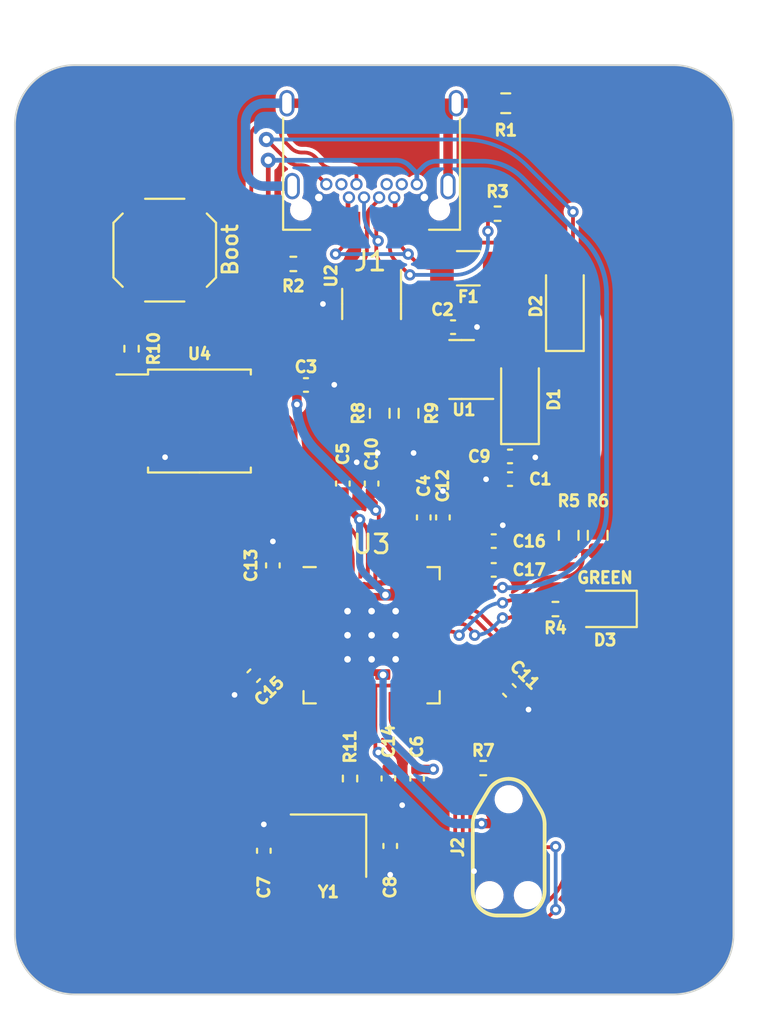
<source format=kicad_pcb>
(kicad_pcb (version 20221018) (generator pcbnew)
  (layers (0 "F.Cu" signal) (31 "B.Cu" signal) (34 "B.Paste" user) (35 "F.Paste" user) (36 "B.SilkS" user "B.Silkscreen") (37 "F.SilkS" user "F.Silkscreen") (38 "B.Mask" user) (39 "F.Mask" user) (44 "Edge.Cuts" user))
  (net 0 "")
  (net 1 "GND")
  (net 2 "+3V3")
  (net 3 "+5V")
  (net 4 "+1V1")
  (net 5 "XTAL_IN")
  (net 6 "/XTAL_O")
  (net 7 "Net-(D1-A)")
  (net 8 "3vCable")
  (net 9 "Net-(D3-A)")
  (net 10 "Net-(F1-Pad1)")
  (net 12 "Net-(J1-CC1)")
  (net 13 "DBUS+")
  (net 14 "DBUS-")
  (net 17 "DATA")
  (net 19 "Net-(J1-CC2)")
  (net 22 "Net-(J1-SHIELD)")
  (net 23 "SWD")
  (net 24 "~{RESET}")
  (net 25 "SWCLK")
  (net 27 "PICO_LED")
  (net 28 "VBUS_SENSE")
  (net 29 "D+")
  (net 30 "/D_+")
  (net 31 "D-")
  (net 32 "/D_-")
  (net 33 "/~{USB_BOOT}")
  (net 34 "CS")
  (net 35 "XTAL_OUT")
  (net 37 "START")
  (net 38 "RIGHT")
  (net 39 "DOWN")
  (net 40 "LEFT")
  (net 41 "L")
  (net 42 "M1")
  (net 43 "M2")
  (net 48 "C_LT")
  (net 49 "A")
  (net 50 "C_DN")
  (net 51 "C_RT")
  (net 52 "C_UP")
  (net 53 "UP")
  (net 54 "MS")
  (net 55 "Z")
  (net 56 "LS")
  (net 57 "X")
  (net 58 "Y")
  (net 59 "B")
  (net 60 "R")
  (net 61 "SD3")
  (net 62 "QSPI_CLK")
  (net 63 "SD0")
  (net 64 "SD2")
  (net 65 "SD1")
  (footprint "Resistor_SMD:R_0603_1608Metric" (layer "F.Cu") (at 152.346089 45.541089 90)
    (fp_text reference "R6")
    (fp_text value "10k")
  )
  (footprint "Capacitor_SMD:C_0402_1005Metric" (layer "F.Cu") (at 134.641089 62.245107 -90)
    (fp_text reference "C7")
    (fp_text value "22pF")
  )
  (footprint "Capacitor_SMD:C_0402_1005Metric" (layer "F.Cu") (at 147.696089 41.361089 180)
    (fp_text reference "C9")
    (fp_text value "10uF")
  )
  (footprint "footprints:TYPE-C_24P_QCHT" (layer "F.Cu") (at 140.354589 23.936089 180)
    (fp_text reference "J1")
    (fp_text value "USB C Connector")
  )
  (footprint "Resistor_SMD:R_0402_1005Metric" (layer "F.Cu") (at 139.213089 58.419339 90)
    (fp_text reference "R11")
    (fp_text value "1k")
  )
  (footprint "Capacitor_SMD:C_0402_1005Metric" (layer "F.Cu") (at 142.769089 58.419339 -90)
    (fp_text reference "C6")
    (fp_text value "100nF")
  )
  (footprint "Diode_SMD:D_SOD-123" (layer "F.Cu") (at 150.606089 33.416089 90)
    (fp_text reference "D2")
    (fp_text value "Schottky Diode")
  )
  (footprint "Capacitor_SMD:C_0402_1005Metric" (layer "F.Cu") (at 146.833089 45.846339)
    (fp_text reference "C16")
    (fp_text value "100nF")
  )
  (footprint "Capacitor_SMD:C_0402_1005Metric" (layer "F.Cu") (at 136.876089 37.576089)
    (fp_text reference "C3")
    (fp_text value "100nF")
  )
  (footprint "Resistor_SMD:R_0603_1608Metric" (layer "F.Cu") (at 140.786089 39.076089 -90)
    (fp_text reference "R8")
    (fp_text value "27")
  )
  (footprint "Package_TO_SOT_SMD:SOT-23" (layer "F.Cu") (at 145.128589 36.756089 180)
    (fp_text reference "U1")
    (fp_text value "XC6206")
  )
  (footprint "Crystal:Crystal_SMD_3225-4Pin_3.2x2.5mm" (layer "F.Cu") (at 138.070089 61.975339 180)
    (fp_text reference "Y1")
    (fp_text value "12MHz")
  )
  (footprint "Button_Switch_SMD:SW_SPST_SKQG_WithStem" (layer "F.Cu") (at 129.386089 30.436089 -90)
    (fp_text reference "SW1" hide)
    (fp_text value "Boot")
  )
  (footprint "Capacitor_SMD:C_0402_1005Metric" (layer "F.Cu") (at 141.343839 61.991107 90)
    (fp_text reference "C8")
    (fp_text value "22pF")
  )
  (footprint "Capacitor_SMD:C_0402_1005Metric" (layer "F.Cu") (at 141.245089 58.419339 -90)
    (fp_text reference "C14")
    (fp_text value "100nF")
  )
  (footprint "Resistor_SMD:R_0402_1005Metric" (layer "F.Cu") (at 127.626089 35.656089 -90)
    (fp_text reference "R10")
    (fp_text value "1k")
  )
  (footprint "footprints:RP2040-QFN-56" (layer "F.Cu") (at 140.356089 50.831089)
    (fp_text reference "U3")
    (fp_text value "RP2040")
  )
  (footprint "LED_SMD:LED_0805_2012Metric" (layer "F.Cu") (at 152.733589 49.436089 180)
    (fp_text reference "D3")
    (fp_text value "GREEN")
  )
  (footprint "Package_TO_SOT_SMD:SOT-23-6" (layer "F.Cu") (at 140.356089 33.286089 -90)
    (fp_text reference "U2")
    (fp_text value "USBLC6-2SC6")
  )
  (footprint "Resistor_SMD:R_0402_1005Metric" (layer "F.Cu") (at 146.276089 57.866089 180)
    (fp_text reference "R7")
    (fp_text value "10k")
  )
  (footprint "Capacitor_SMD:C_0402_1005Metric" (layer "F.Cu") (at 143.121839 44.592107 90)
    (fp_text reference "C4")
    (fp_text value "1uF")
  )
  (footprint "Capacitor_SMD:C_0402_1005Metric" (layer "F.Cu") (at 140.356089 42.798339 90)
    (fp_text reference "C10")
    (fp_text value "1uF")
  )
  (footprint "Resistor_SMD:R_0603_1608Metric" (layer "F.Cu") (at 142.316089 39.076089 -90)
    (fp_text reference "R9")
    (fp_text value "27")
  )
  (footprint "Capacitor_SMD:C_0402_1005Metric" (layer "F.Cu") (at 146.833089 47.370339)
    (fp_text reference "C17")
    (fp_text value "100nF")
  )
  (footprint "Resistor_SMD:R_0402_1005Metric" (layer "F.Cu") (at 136.206089 31.166089 180)
    (fp_text reference "R2")
    (fp_text value "5.1k")
  )
  (footprint "Capacitor_SMD:C_0402_1005Metric" (layer "F.Cu") (at 147.696089 42.561089)
    (fp_text reference "C1")
    (fp_text value "1uF")
  )
  (footprint "Resistor_SMD:R_0603_1608Metric" (layer "F.Cu") (at 150.806089 45.541089 -90)
    (fp_text reference "R5")
    (fp_text value "5.6k")
  )
  (footprint "Package_SO:SOIC-8_5.23x5.23mm_P1.27mm" (layer "F.Cu") (at 131.226089 39.486089)
    (fp_text reference "U4")
    (fp_text value "W25Q128JVS")
  )
  (footprint "Diode_SMD:D_SOD-123" (layer "F.Cu") (at 148.226089 38.346089 90)
    (fp_text reference "D1")
    (fp_text value "Schottky Diode")
  )
  (footprint "Capacitor_SMD:C_0402_1005Metric" (layer "F.Cu") (at 144.137839 44.592107 90)
    (fp_text reference "C12")
    (fp_text value "100nF")
  )
  (footprint "Capacitor_SMD:C_0402_1005Metric" (layer "F.Cu") (at 138.832089 42.798339 90)
    (fp_text reference "C5")
    (fp_text value "100nF")
  )
  (footprint "Capacitor_SMD:C_0402_1005Metric" (layer "F.Cu") (at 134.104839 52.974107 -135)
    (fp_text reference "C15")
    (fp_text value "100nF")
  )
  (footprint "Resistor_SMD:R_0402_1005Metric" (layer "F.Cu") (at 147.036089 28.506089)
    (fp_text reference "R3")
    (fp_text value "5.1k")
  )
  (footprint "marbastlib-various:CON_TC2030_outlined" (layer "F.Cu") (at 147.626089 62.056089 -90)
    (fp_text reference "J2")
    (fp_text value "JTAG_TC2030")
  )
  (footprint "Resistor_SMD:R_0603_1608Metric" (layer "F.Cu") (at 147.471089 22.656089 180)
    (fp_text reference "R1")
    (fp_text value "1M")
  )
  (footprint "Fuse:Fuse_1206_3216Metric" (layer "F.Cu") (at 145.486089 31.396089)
    (fp_text reference "F1")
    (fp_text value "500 mA")
  )
  (footprint "Resistor_SMD:R_0402_1005Metric" (layer "F.Cu") (at 150.106089 49.446089)
    (fp_text reference "R4")
    (fp_text value "10k")
  )
  (footprint "Capacitor_SMD:C_0402_1005Metric" (layer "F.Cu") (at 147.662089 53.751982 -45)
    (fp_text reference "C11")
    (fp_text value "100nF")
  )
  (footprint "Capacitor_SMD:C_0402_1005Metric" (layer "F.Cu") (at 144.676089 34.516089 180)
    (fp_text reference "C2")
    (fp_text value "1uF")
  )
  (footprint "Capacitor_SMD:C_0402_1005Metric" (layer "F.Cu") (at 135.120839 47.132107 90)
    (fp_text reference "C13")
    (fp_text value "100nF")
  )
  (gr_arc (start 159.54375 66.675) (mid 158.613814 68.920064) (end 156.36875 69.85) (stroke (width 0.1)) (layer "Edge.Cuts"))
  (gr_line (start 124.61875 20.6375) (end 156.36875 20.6375) (stroke (width 0.1)) (layer "Edge.Cuts"))
  (gr_line (start 121.44375 23.8125) (end 121.44375 66.675) (stroke (width 0.1)) (layer "Edge.Cuts"))
  (gr_arc (start 156.36875 20.6375) (mid 158.613814 21.567436) (end 159.54375 23.8125) (stroke (width 0.1)) (layer "Edge.Cuts"))
  (gr_line (start 124.61875 69.85) (end 156.36875 69.85) (stroke (width 0.1)) (layer "Edge.Cuts"))
  (gr_arc (start 124.61875 69.85) (mid 122.373686 68.920064) (end 121.44375 66.675) (stroke (width 0.1)) (layer "Edge.Cuts"))
  (gr_line (start 159.54375 23.8125) (end 159.54375 66.675) (stroke (width 0.1)) (layer "Edge.Cuts"))
  (gr_arc (start 121.44375 23.8125) (mid 122.373686 21.567436) (end 124.61875 20.6375) (stroke (width 0.1)) (layer "Edge.Cuts"))
  (segment (start 140.356089 32.148589) (end 140.356089 32.639458) (width 0.2) (layer "F.Cu") (net 1))
  (segment (start 148.678089 54.767982) (end 148.0015 54.091393) (width 0.2) (layer "F.Cu") (net 1))
  (segment (start 139.356089 54.268589) (end 139.356089 54.989618) (width 0.2) (layer "F.Cu") (net 1))
  (segment (start 139.739458 33.256089) (end 137.806089 33.256089) (width 0.2) (layer "F.Cu") (net 1))
  (segment (start 147.216089 41.361089) (end 147.216089 42.561089) (width 0.5) (layer "F.Cu") (net 1))
  (segment (start 141.343839 62.471107) (end 141.343839 63.515107) (width 0.381) (layer "F.Cu") (net 1))
  (segment (start 141.343839 62.471107) (end 139.524321 62.471107) (width 0.381) (layer "F.Cu") (net 1))
  (segment (start 133.765428 53.313518) (end 133.088839 53.990107) (width 0.381) (layer "F.Cu") (net 1))
  (segment (start 135.120839 46.652107) (end 135.120839 45.862107) (width 0.381) (layer "F.Cu") (net 1))
  (segment (start 143.104589 27.696089) (end 143.154589 27.646089) (width 0.2) (layer "F.Cu") (net 1))
  (segment (start 137.806089 33.256089) (end 137.776089 33.286089) (width 0.2) (layer "F.Cu") (net 1))
  (segment (start 134.641089 60.848107) (end 134.641089 61.765107) (width 0.381) (layer "F.Cu") (net 1))
  (segment (start 139.047992 55.73343) (end 135.141514 59.639908) (width 0.2) (layer "F.Cu") (net 1))
  (segment (start 127.663589 41.386089) (end 129.388589 41.386089) (width 0.5) (layer "F.Cu") (net 1))
  (segment (start 147.313089 45.846339) (end 147.313089 47.370339) (width 0.381) (layer "F.Cu") (net 1))
  (segment (start 137.356089 37.576089) (end 138.366089 37.576089) (width 0.5) (layer "F.Cu") (net 1))
  (segment (start 147.216089 42.561089) (end 146.436089 42.561089) (width 0.5) (layer "F.Cu") (net 1))
  (segment (start 137.604589 27.696089) (end 137.554589 27.646089) (width 0.2) (layer "F.Cu") (net 1))
  (segment (start 137.604589 28.856089) (end 137.604589 27.696089) (width 0.2) (layer "F.Cu") (net 1))
  (segment (start 143.104589 28.856089) (end 143.104589 27.696089) (width 0.2) (layer "F.Cu") (net 1))
  (segment (start 144.137839 44.112107) (end 144.137839 43.195107) (width 0.2) (layer "F.Cu") (net 1))
  (segment (start 146.436089 42.561089) (end 146.426089 42.571089) (width 0.5) (layer "F.Cu") (net 1))
  (segment (start 147.312839 45.006089) (end 147.312839 45.846089) (width 0.381) (layer "F.Cu") (net 1))
  (segment (start 146.991089 63.326089) (end 145.788828 63.326089) (width 0.25) (layer "F.Cu") (net 1))
  (segment (start 138.832089 42.318339) (end 140.356089 42.318339) (width 0.5) (layer "F.Cu") (net 1))
  (segment (start 138.923111 62.825339) (end 137.223111 61.125339) (width 0.254) (layer "F.Cu") (net 1))
  (segment (start 145.936089 34.516089) (end 145.946089 34.506089) (width 0.5) (layer "F.Cu") (net 1))
  (segment (start 145.156089 34.516089) (end 145.936089 34.516089) (width 0.5) (layer "F.Cu") (net 1))
  (via (at 133.088839 53.990107) (size 0.6) (drill 0.3) (layers "F.Cu" "B.Cu") (net 1))
  (via (at 140.677089 41.178982) (size 0.6) (drill 0.3) (layers "F.Cu" "B.Cu") (net 1))
  (via (at 142.582089 41.178982) (size 0.6) (drill 0.3) (layers "F.Cu" "B.Cu") (net 1))
  (via (at 141.978839 59.832107) (size 0.6) (drill 0.3) (layers "F.Cu" "B.Cu") (net 1))
  (via (at 138.376089 37.566089) (size 0.6) (drill 0.3) (layers "F.Cu" "B.Cu") (net 1))
  (via (at 147.312839 45.006089) (size 0.6) (drill 0.3) (layers "F.Cu" "B.Cu") (net 1))
  (via (at 139.565839 41.671107) (size 0.6) (drill 0.3) (layers "F.Cu" "B.Cu") (net 1))
  (via (at 137.776089 33.286089) (size 0.6) (drill 0.3) (layers "F.Cu" "B.Cu") (net 1))
  (via (at 144.137839 43.195107) (size 0.6) (drill 0.3) (layers "F.Cu" "B.Cu") (net 1))
  (via (at 135.120839 45.862107) (size 0.6) (drill 0.3) (layers "F.Cu" "B.Cu") (net 1))
  (via (at 149.036089 41.411089) (size 0.6) (drill 0.3) (layers "F.Cu" "B.Cu") (net 1))
  (via (at 148.678089 54.767982) (size 0.6) (drill 0.3) (layers "F.Cu" "B.Cu") (net 1))
  (via (at 145.788828 63.326089) (size 0.6) (drill 0.3) (layers "F.Cu" "B.Cu") (net 1))
  (via (at 146.426089 42.571089) (size 0.6) (drill 0.3) (layers "F.Cu" "B.Cu") (net 1))
  (via (at 141.343839 63.515107) (size 0.6) (drill 0.3) (layers "F.Cu" "B.Cu") (net 1))
  (via (at 134.641089 60.848107) (size 0.6) (drill 0.3) (layers "F.Cu" "B.Cu") (net 1))
  (via (at 145.946089 34.506089) (size 0.6) (drill 0.3) (layers "F.Cu" "B.Cu") (net 1))
  (via (at 129.403589 41.401089) (size 0.6) (drill 0.3) (layers "F.Cu" "B.Cu") (net 1))
  (arc (start 134.641089 60.848107) (mid 134.771145 60.194205) (end 135.141514 59.639908) (width 0.2) (layer "F.Cu") (net 1))
  (arc (start 139.356089 54.989618) (mid 139.276017 55.392166) (end 139.047992 55.73343) (width 0.2) (layer "F.Cu") (net 1))
  (arc (start 139.739458 33.256089) (mid 140.175482 33.075482) (end 140.356089 32.639458) (width 0.2) (layer "F.Cu") (net 1))
  (segment (start 141.631089 50.831089) (end 139.081089 50.831089) (width 0.635) (layer "B.Cu") (net 1))
  (segment (start 139.081089 52.106089) (end 139.381089 51.806089) (width 0.635) (layer "B.Cu") (net 1))
  (segment (start 141.331089 51.806089) (end 141.631089 52.106089) (width 0.635) (layer "B.Cu") (net 1))
  (segment (start 140.356089 49.556089) (end 140.356089 52.106089) (width 0.635) (layer "B.Cu") (net 1))
  (segment (start 141.631089 49.556089) (end 139.081089 49.556089) (width 0.635) (layer "B.Cu") (net 1))
  (segment (start 141.631089 52.106089) (end 141.631089 49.556089) (width 0.635) (layer "B.Cu") (net 1))
  (segment (start 139.381089 51.806089) (end 141.331089 51.806089) (width 0.635) (layer "B.Cu") (net 1))
  (segment (start 139.081089 52.106089) (end 139.081089 49.556089) (width 0.635) (layer "B.Cu") (net 1))
  (segment (start 143.793589 48.231089) (end 144.783125 48.231089) (width 0.2) (layer "F.Cu") (net 2))
  (segment (start 148.226089 39.996089) (end 148.226089 42.511089) (width 0.5) (layer "F.Cu") (net 2))
  (segment (start 140.734239 44.363507) (end 140.734239 46.478489) (width 0.2) (layer "F.Cu") (net 2))
  (segment (start 146.558624 44.412661) (end 148.176089 42.795196) (width 0.5) (layer "F.Cu") (net 2))
  (segment (start 135.076357 52.030589) (end 134.485839 52.621107) (width 0.381) (layer "F.Cu") (net 2))
  (segment (start 140.956089 47.393589) (end 140.956089 47.987339) (width 0.2) (layer "F.Cu") (net 2))
  (segment (start 138.085857 48.231089) (end 138.168839 48.148107) (width 0.2) (layer "F.Cu") (net 2))
  (segment (start 143.248982 45.960964) (end 144.137839 45.072107) (width 0.2) (layer "F.Cu") (net 2))
  (segment (start 148.176089 42.795196) (end 148.176089 42.561089) (width 0.5) (layer "F.Cu") (net 2))
  (segment (start 136.918589 48.231089) (end 136.154035 48.231089) (width 0.2) (layer "F.Cu") (net 2))
  (segment (start 140.581839 43.799089) (end 140.356089 43.573339) (width 0.2) (layer "F.Cu") (net 2))
  (segment (start 140.708839 57.038107) (end 141.245089 57.574357) (width 0.5) (layer "F.Cu") (net 2))
  (segment (start 140.838931 46.583181) (end 140.737089 46.481339) (width 0.2) (layer "F.Cu") (net 2))
  (segment (start 140.556089 54.268589) (end 140.556089 53.539339) (width 0.2) (layer "F.Cu") (net 2))
  (segment (start 140.556089 47.393589) (end 140.556089 48.249357) (width 0.2) (layer "F.Cu") (net 2))
  (segment (start 142.924339 48.231089) (end 142.896089 48.259339) (width 0.2) (layer "F.Cu") (net 2))
  (segment (start 143.793589 48.231089) (end 142.924339 48.231089) (width 0.2) (layer "F.Cu") (net 2))
  (segment (start 149.470436 38.91835) (end 148.392697 39.996089) (width 0.5) (layer "F.Cu") (net 2))
  (segment (start 142.956089 47.393589) (end 142.956089 48.192339) (width 0.2) (layer "F.Cu") (net 2))
  (segment (start 140.581839 44.211107) (end 140.734239 44.363507) (width 0.2) (layer "F.Cu") (net 2))
  (segment (start 145.995214 52.085107) (end 147.322678 53.412571) (width 0.381) (layer "F.Cu") (net 2))
  (segment (start 137.673339 51.831089) (end 137.689089 51.815339) (width 0.2) (layer "F.Cu") (net 2))
  (segment (start 140.556089 48.249357) (end 140.581839 48.275107) (width 0.2) (layer "F.Cu") (net 2))
  (segment (start 145.490232 47.938196) (end 146.058089 47.370339) (width 0.2) (layer "F.Cu") (net 2))
  (segment (start 136.396089 38.606089) (end 136.396089 37.576089) (width 0.5) (layer "F.Cu") (net 2))
  (segment (start 142.556089 47.919339) (end 142.556089 47.393589) (width 0.2) (layer "F.Cu") (net 2))
  (segment (start 143.793589 51.831089) (end 142.921089 51.831089) (width 0.2) (layer "F.Cu") (net 2))
  (segment (start 140.581839 44.211107) (end 140.581839 43.799089) (width 0.2) (layer "F.Cu") (net 2))
  (segment (start 140.956089 47.393589) (end 140.956089 46.866024) (width 0.2) (layer "F.Cu") (net 2))
  (segment (start 140.737089 46.481339) (end 140.673246 46.545182) (width 0.2) (layer "F.Cu") (net 2))
  (segment (start 144.137839 45.072107) (end 144.96658 45.072107) (width 0.5) (layer "F.Cu") (net 2))
  (segment (start 146.058089 47.370339) (end 146.353089 47.370339) (width 0.381) (layer "F.Cu") (net 2))
  (segment (start 150.606089 35.066089) (end 150.606089 35.966774) (width 0.5) (layer "F.Cu") (net 2))
  (segment (start 136.918589 48.231089) (end 138.085857 48.231089) (width 0.2) (layer "F.Cu") (net 2))
  (segment (start 142.956089 47.393589) (end 142.956089 46.668071) (width 0.2) (layer "F.Cu") (net 2))
  (segment (start 146.353089 45.846339) (end 146.353089 47.370339) (width 0.381) (layer "F.Cu") (net 2))
  (segment (start 143.793589 51.831089) (end 145.381977 51.831089) (width 0.2) (layer "F.Cu") (net 2))
  (segment (start 136.918589 51.831089) (end 137.673339 51.831089) (width 0.2) (layer "F.Cu") (net 2))
  (segment (start 140.556089 46.828024) (end 140.556089 47.393589) (width 0.2) (layer "F.Cu") (net 2))
  (segment (start 136.396089 37.576089) (end 134.851089 37.576089) (width 0.5) (layer "F.Cu") (net 2))
  (segment (start 146.536089 59.687622) (end 146.536089 58.469551) (width 0.5) (layer "F.Cu") (net 2))
  (segment (start 148.226089 42.511089) (end 148.176089 42.561089) (width 0.5) (layer "F.Cu") (net 2))
  (segment (start 142.556089 47.393589) (end 142.956089 46.993589) (width 0.2) (layer "F.Cu") (net 2))
  (segment (start 140.556089 56.885357) (end 140.556089 54.268589) (width 0.2) (layer "F.Cu") (net 2))
  (segment (start 140.734239 46.478489) (end 140.737089 46.481339) (width 0.2) (layer "F.Cu") (net 2))
  (segment (start 141.245089 57.574357) (end 141.245089 57.939339) (width 0.5) (layer "F.Cu") (net 2))
  (segment (start 136.918589 51.831089) (end 135.557846 51.831089) (width 0.2) (layer "F.Cu") (net 2))
  (segment (start 142.956089 48.192339) (end 143.023089 48.259339) (width 0.2) (layer "F.Cu") (net 2))
  (segment (start 140.708839 57.038107) (end 140.556089 56.885357) (width 0.2) (layer "F.Cu") (net 2))
  (segment (start 148.392697 39.996089) (end 148.226089 39.996089) (width 0.5) (layer "F.Cu") (net 2))
  (segment (start 146.188828 60.806089) (end 146.971089 60.806089) (width 0.5) (layer "F.Cu") (net 2))
  (segment (start 142.896089 48.259339) (end 142.556089 47.919339) (width 0.2) (layer "F.Cu") (net 2))
  (segment (start 135.446928 47.938196) (end 135.120839 47.612107) (width 0.2) (layer "F.Cu") (net 2))
  (via (at 140.708839 57.038107) (size 0.6) (drill 0.3) (layers "F.Cu" "B.Cu") (net 2))
  (via (at 140.581839 44.211107) (size 0.6) (drill 0.3) (layers "F.Cu" "B.Cu") (net 2))
  (via (at 146.188828 60.806089) (size 0.6) (drill 0.3) (layers "F.Cu" "B.Cu") (net 2))
  (via (at 136.396089 38.606089) (size 0.6) (drill 0.3) (layers "F.Cu" "B.Cu") (net 2))
  (arc (start 135.446928 47.938196) (mid 135.771351 48.154969) (end 136.154035 48.231089) (width 0.2) (layer "F.Cu") (net 2))
  (arc (start 140.956089 46.866024) (mid 140.925641 46.71295) (end 140.838931 46.583181) (width 0.2) (layer "F.Cu") (net 2))
  (arc (start 146.536089 59.687622) (mid 146.65434 60.282108) (end 146.991089 60.786089) (width 0.5) (layer "F.Cu") (net 2))
  (arc (start 135.076357 52.030589) (mid 135.297323 51.882909) (end 135.557846 51.831089) (width 0.2) (layer "F.Cu") (net 2))
  (arc (start 143.248982 45.960964) (mid 143.032209 46.285387) (end 142.956089 46.668071) (width 0.2) (layer "F.Cu") (net 2))
  (arc (start 146.786089 57.866089) (mid 146.601046 58.142994) (end 146.536089 58.469551) (width 0.5) (layer "F.Cu") (net 2))
  (arc (start 140.556089 46.828024) (mid 140.586537 46.674951) (end 140.673246 46.545182) (width 0.2) (layer "F.Cu") (net 2))
  (arc (start 150.606089 35.966774) (mid 150.311783 37.547513) (end 149.470436 38.91835) (width 0.5) (layer "F.Cu") (net 2))
  (arc (start 144.783125 48.231089) (mid 145.165808 48.154969) (end 145.490232 47.938196) (width 0.2) (layer "F.Cu") (net 2))
  (arc (start 145.995214 52.085107) (mid 145.713851 51.897102) (end 145.381977 51.831089) (width 0.2) (layer "F.Cu") (net 2))
  (arc (start 146.558624 44.412661) (mid 145.828188 44.900723) (end 144.96658 45.072107) (width 0.5) (layer "F.Cu") (net 2))
  (segment (start 140.708839 57.038107) (end 144.183928 60.513196) (width 0.5) (layer "B.Cu") (net 2))
  (segment (start 144.891035 60.806089) (end 146.188828 60.806089) (width 0.5) (layer "B.Cu") (net 2))
  (segment (start 137.399659 41.028927) (end 140.581839 44.211107) (width 0.5) (layer "B.Cu") (net 2))
  (arc (start 144.183928 60.513196) (mid 144.508351 60.729969) (end 144.891035 60.806089) (width 0.5) (layer "B.Cu") (net 2))
  (arc (start 136.396089 38.606089) (mid 136.656908 39.917321) (end 137.399659 41.028927) (width 0.5) (layer "B.Cu") (net 2))
  (segment (start 146.886089 31.396089) (end 146.886089 32.266089) (width 0.5) (layer "F.Cu") (net 3))
  (segment (start 144.191089 34.266089) (end 144.191089 36.756089) (width 0.5) (layer "F.Cu") (net 3))
  (segment (start 140.841774 33.256089) (end 145.181089 33.256089) (width 0.2) (layer "F.Cu") (net 3))
  (segment (start 151.578881 42.153297) (end 151.333297 42.398881) (width 0.5) (layer "F.Cu") (net 3))
  (segment (start 150.806089 43.671673) (end 150.806089 44.716089) (width 0.5) (layer "F.Cu") (net 3))
  (segment (start 152.106089 34.266089) (end 152.106089 40.880505) (width 0.5) (layer "F.Cu") (net 3))
  (segment (start 145.516089 33.266089) (end 145.191089 33.266089) (width 0.5) (layer "F.Cu") (net 3))
  (segment (start 145.886089 33.266089) (end 145.516089 33.266089) (width 0.5) (layer "F.Cu") (net 3))
  (segment (start 145.516089 33.266089) (end 151.106089 33.266089) (width 0.5) (layer "F.Cu") (net 3))
  (segment (start 140.356089 33.862913) (end 140.356089 33.956089) (width 0.2) (layer "F.Cu") (net 3))
  (segment (start 145.181089 33.256089) (end 145.191089 33.266089) (width 0.2) (layer "F.Cu") (net 3))
  (arc (start 151.106089 33.266089) (mid 151.813196 33.558982) (end 152.106089 34.266089) (width 0.5) (layer "F.Cu") (net 3))
  (arc (start 151.333297 42.398881) (mid 150.943106 42.982843) (end 150.806089 43.671673) (width 0.5) (layer "F.Cu") (net 3))
  (arc (start 144.191089 34.266089) (mid 144.483982 33.558982) (end 145.191089 33.266089) (width 0.5) (layer "F.Cu") (net 3))
  (arc (start 146.886089 32.266089) (mid 146.593196 32.973196) (end 145.886089 33.266089) (width 0.5) (layer "F.Cu") (net 3))
  (arc (start 140.841774 33.256089) (mid 140.688701 33.286537) (end 140.558932 33.373246) (width 0.2) (layer "F.Cu") (net 3))
  (arc (start 140.558932 33.373246) (mid 140.408798 33.597923) (end 140.356089 33.862913) (width 0.2) (layer "F.Cu") (net 3))
  (arc (start 151.578881 42.153297) (mid 151.969072 41.569335) (end 152.106089 40.880505) (width 0.5) (layer "F.Cu") (net 3))
  (segment (start 139.721089 44.703339) (end 139.002473 43.984723) (width 0.381) (layer "F.Cu") (net 4))
  (segment (start 142.156089 48.237339) (end 142.007089 48.386339) (width 0.2) (layer "F.Cu") (net 4))
  (segment (start 143.629839 57.927107) (end 143.617607 57.939339) (width 0.5) (layer "F.Cu") (net 4))
  (segment (start 140.956089 54.268589) (end 140.956089 55.417125) (width 0.2) (layer "F.Cu") (net 4))
  (segment (start 142.769089 57.892867) (end 142.769089 57.939339) (width 0.2) (layer "F.Cu") (net 4))
  (segment (start 143.617607 57.939339) (end 142.769089 57.939339) (width 0.5) (layer "F.Cu") (net 4))
  (segment (start 142.156089 47.393589) (end 142.156089 48.237339) (width 0.2) (layer "F.Cu") (net 4))
  (segment (start 141.248982 56.124232) (end 142.593331 57.468581) (width 0.2) (layer "F.Cu") (net 4))
  (segment (start 139.721089 44.703339) (end 139.863196 44.845446) (width 0.2) (layer "F.Cu") (net 4))
  (segment (start 140.156089 45.552553) (end 140.156089 47.393589) (width 0.2) (layer "F.Cu") (net 4))
  (segment (start 142.156089 47.393589) (end 142.156089 46.762376) (width 0.2) (layer "F.Cu") (net 4))
  (segment (start 142.668402 45.525544) (end 143.121839 45.072107) (width 0.2) (layer "F.Cu") (net 4))
  (via (at 143.629839 57.927107) (size 0.6) (drill 0.3) (layers "F.Cu" "B.Cu") (net 4))
  (via (at 140.962839 52.930589) (size 0.6) (drill 0.35) (layers "F.Cu" "B.Cu") (net 4))
  (via (at 141.089839 48.693339) (size 0.6) (drill 0.35) (layers "F.Cu" "B.Cu") (net 4))
  (via (at 139.721089 44.703339) (size 0.6) (drill 0.3) (layers "F.Cu" "B.Cu") (net 4))
  (arc (start 141.248982 56.124232) (mid 141.032209 55.799809) (end 140.956089 55.417125) (width 0.2) (layer "F.Cu") (net 4))
  (arc (start 142.593331 57.468581) (mid 142.723407 57.66325) (end 142.769089 57.892867) (width 0.2) (layer "F.Cu") (net 4))
  (arc (start 142.668402 45.525544) (mid 142.289235 46.093007) (end 142.156089 46.762376) (width 0.2) (layer "F.Cu") (net 4))
  (arc (start 139.002473 43.984723) (mid 138.876371 43.795997) (end 138.832089 43.573339) (width 0.381) (layer "F.Cu") (net 4))
  (arc (start 139.863196 44.845446) (mid 140.079969 45.169869) (end 140.156089 45.552553) (width 0.2) (layer "F.Cu") (net 4))
  (segment (start 139.721089 46.910375) (end 139.721089 44.703339) (width 0.381) (layer "B.Cu") (net 4))
  (segment (start 140.962839 52.930589) (end 140.962839 55.563875) (width 0.381) (layer "B.Cu") (net 4))
  (segment (start 141.255732 56.270982) (end 142.618964 57.634214) (width 0.381) (layer "B.Cu") (net 4))
  (segment (start 143.326071 57.927107) (end 143.629839 57.927107) (width 0.381) (layer "B.Cu") (net 4))
  (segment (start 141.089839 48.693339) (end 140.013982 47.617482) (width 0.381) (layer "B.Cu") (net 4))
  (arc (start 140.013982 47.617482) (mid 139.797209 47.293059) (end 139.721089 46.910375) (width 0.381) (layer "B.Cu") (net 4))
  (arc (start 142.618964 57.634214) (mid 142.943387 57.850987) (end 143.326071 57.927107) (width 0.381) (layer "B.Cu") (net 4))
  (arc (start 141.255732 56.270982) (mid 141.038959 55.946559) (end 140.962839 55.563875) (width 0.381) (layer "B.Cu") (net 4))
  (segment (start 139.756089 54.268589) (end 139.756089 55.173908) (width 0.2) (layer "F.Cu") (net 5))
  (segment (start 135.657089 60.392956) (end 135.657089 60.865587) (width 0.2) (layer "F.Cu") (net 5))
  (segment (start 134.641089 62.725107) (end 136.869857 62.725107) (width 0.2) (layer "F.Cu") (net 5))
  (segment (start 136.172394 62.109644) (end 136.888089 62.825339) (width 0.2) (layer "F.Cu") (net 5))
  (segment (start 139.461628 55.8848) (end 136.154622 59.191806) (width 0.2) (layer "F.Cu") (net 5))
  (arc (start 135.657089 60.392956) (mid 135.786394 59.742898) (end 136.154622 59.191806) (width 0.2) (layer "F.Cu") (net 5))
  (arc (start 139.756089 55.173908) (mid 139.679561 55.55864) (end 139.461628 55.8848) (width 0.2) (layer "F.Cu") (net 5))
  (arc (start 135.657089 60.865587) (mid 135.791012 61.538866) (end 136.172394 62.109644) (width 0.2) (layer "F.Cu") (net 5))
  (segment (start 141.343839 61.511107) (end 139.555857 61.511107) (width 0.2) (layer "F.Cu") (net 6))
  (segment (start 139.213089 61.082339) (end 139.213089 58.929339) (width 0.2) (layer "F.Cu") (net 6))
  (segment (start 148.194321 36.546652) (end 148.194321 36.664321) (width 0.5) (layer "F.Cu") (net 7))
  (segment (start 146.066089 35.806089) (end 147.226089 35.806089) (width 0.5) (layer "F.Cu") (net 7))
  (segment (start 148.194321 36.664321) (end 148.226089 36.696089) (width 0.5) (layer "F.Cu") (net 7))
  (arc (start 147.226089 35.806089) (mid 147.83485 36.012736) (end 148.194321 36.546652) (width 0.5) (layer "F.Cu") (net 7))
  (segment (start 136.613218 25.936089) (end 136.46746 25.936089) (width 0.2) (layer "F.Cu") (net 8))
  (segment (start 151.036089 31.336089) (end 150.606089 31.766089) (width 0.2) (layer "F.Cu") (net 8))
  (segment (start 143.071774 30.036089) (end 147.857062 30.036089) (width 0.2) (layer "F.Cu") (net 8))
  (segment (start 135.901774 25.701774) (end 134.776089 24.576089) (width 0.2) (layer "F.Cu") (net 8))
  (segment (start 149.59665 30.75665) (end 150.606089 31.766089) (width 0.2) (layer "F.Cu") (net 8))
  (segment (start 151.036089 28.406089) (end 151.036089 31.336089) (width 0.2) (layer "F.Cu") (net 8))
  (segment (start 142.604589 28.856089) (end 142.604589 29.473953) (width 0.2) (layer "F.Cu") (net 8))
  (segment (start 137.954589 26.946089) (end 137.178903 26.170403) (width 0.2) (layer "F.Cu") (net 8))
  (segment (start 151.037678 28.4045) (end 151.036089 28.406089) (width 0.2) (layer "F.Cu") (net 8))
  (via (at 151.037678 28.4045) (size 0.6) (drill 0.3) (layers "F.Cu" "B.Cu") (net 8))
  (via (at 134.776089 24.576089) (size 0.8) (drill 0.4) (layers "F.Cu" "B.Cu") (net 8))
  (arc (start 147.857062 30.036089) (mid 148.79852 30.223357) (end 149.59665 30.75665) (width 0.2) (layer "F.Cu") (net 8))
  (arc (start 136.46746 25.936089) (mid 136.161313 25.875192) (end 135.901774 25.701774) (width 0.2) (layer "F.Cu") (net 8))
  (arc (start 143.071774 30.036089) (mid 142.918701 30.005641) (end 142.788932 29.918932) (width 0.2) (layer "F.Cu") (net 8))
  (arc (start 142.604589 29.473953) (mid 142.652487 29.71475) (end 142.788932 29.918932) (width 0.2) (layer "F.Cu") (net 8))
  (arc (start 137.178903 26.170403) (mid 136.919364 25.996985) (end 136.613218 25.936089) (width 0.2) (layer "F.Cu") (net 8))
  (segment (start 134.776089 24.576089) (end 145.219423 24.576089) (width 0.2) (layer "B.Cu") (net 8))
  (segment (start 148.616299 25.983121) (end 151.037678 28.4045) (width 0.2) (layer "B.Cu") (net 8))
  (arc (start 148.616299 25.983121) (mid 147.057799 24.941765) (end 145.219423 24.576089) (width 0.2) (layer "B.Cu") (net 8))
  (segment (start 150.616089 49.446089) (end 151.786089 49.446089) (width 0.2) (layer "F.Cu") (net 9))
  (segment (start 151.786089 49.446089) (end 151.796089 49.436089) (width 0.2) (layer "F.Cu") (net 9))
  (segment (start 139.104589 28.856089) (end 139.104589 29.411812) (width 0.2) (layer "F.Cu") (net 10))
  (segment (start 142.201641 30.551641) (end 142.296089 30.646089) (width 0.2) (layer "F.Cu") (net 10))
  (segment (start 141.604589 28.856089) (end 141.604589 29.11023) (width 0.2) (layer "F.Cu") (net 10))
  (segment (start 142.296089 30.646089) (end 142.733196 31.083196) (width 0.2) (layer "F.Cu") (net 10))
  (segment (start 139.104589 28.856089) (end 139.104589 27.696089) (width 0.25) (layer "F.Cu") (net 10))
  (segment (start 143.440303 31.376089) (end 144.326089 31.376089) (width 0.2) (layer "F.Cu") (net 10))
  (segment (start 138.697453 30.394725) (end 138.446089 30.646089) (width 0.2) (layer "F.Cu") (net 10))
  (segment (start 139.104589 27.696089) (end 139.154589 27.646089) (width 0.25) (layer "F.Cu") (net 10))
  (segment (start 141.604589 27.696089) (end 141.554589 27.646089) (width 0.25) (layer "F.Cu") (net 10))
  (segment (start 141.604589 28.856089) (end 141.604589 27.696089) (width 0.25) (layer "F.Cu") (net 10))
  (via (at 138.446089 30.646089) (size 0.6) (drill 0.3) (layers "F.Cu" "B.Cu") (net 10))
  (via (at 142.296089 30.646089) (size 0.6) (drill 0.3) (layers "F.Cu" "B.Cu") (net 10))
  (arc (start 143.440303 31.376089) (mid 143.05762 31.299969) (end 142.733196 31.083196) (width 0.2) (layer "F.Cu") (net 10))
  (arc (start 138.697453 30.394725) (mid 138.998778 29.943761) (end 139.104589 29.411812) (width 0.2) (layer "F.Cu") (net 10))
  (arc (start 142.201641 30.551641) (mid 141.759758 29.890316) (end 141.604589 29.11023) (width 0.2) (layer "F.Cu") (net 10))
  (segment (start 138.446089 30.646089) (end 142.296089 30.646089) (width 0.2) (layer "B.Cu") (net 10))
  (segment (start 141.209857 29.56579) (end 141.163167 29.5191) (width 0.2) (layer "F.Cu") (net 12))
  (segment (start 141.326264 30.29205) (end 141.326264 30.147879) (width 0.2) (layer "F.Cu") (net 12))
  (segment (start 146.526089 28.506089) (end 146.526089 29.436589) (width 0.2) (layer "F.Cu") (net 12))
  (segment (start 141.104589 29.377679) (end 141.104589 28.856089) (width 0.2) (layer "F.Cu") (net 12))
  (segment (start 142.376089 31.756089) (end 141.619157 30.999157) (width 0.2) (layer "F.Cu") (net 12))
  (segment (start 141.261246 29.65405) (end 141.26162 29.655445) (width 0.2) (layer "F.Cu") (net 12))
  (via (at 146.526089 29.436589) (size 0.6) (drill 0.3) (layers "F.Cu" "B.Cu") (net 12))
  (via (at 142.386089 31.746089) (size 0.6) (drill 0.3) (layers "F.Cu" "B.Cu") (net 12))
  (arc (start 141.26162 29.655445) (mid 141.24164 29.60721) (end 141.209857 29.56579) (width 0.2) (layer "F.Cu") (net 12))
  (arc (start 141.261246 29.65405) (mid 141.30994 29.898834) (end 141.326264 30.147879) (width 0.2) (layer "F.Cu") (net 12))
  (arc (start 141.104589 29.377679) (mid 141.119813 29.454215) (end 141.163167 29.5191) (width 0.2) (layer "F.Cu") (net 12))
  (arc (start 141.326264 30.29205) (mid 141.402384 30.674733) (end 141.619157 30.999157) (width 0.2) (layer "F.Cu") (net 12))
  (segment (start 142.386089 31.746089) (end 144.800519 31.746089) (width 0.2) (layer "B.Cu") (net 12))
  (segment (start 146.526089 30.020519) (end 146.526089 29.436589) (width 0.2) (layer "B.Cu") (net 12))
  (arc (start 146.526089 30.020519) (mid 146.020681 31.240681) (end 144.800519 31.746089) (width 0.2) (layer "B.Cu") (net 12))
  (segment (start 141.306089 32.148589) (end 141.306089 32.010303) (width 0.2) (layer "F.Cu") (net 13))
  (segment (start 141.013196 31.303196) (end 140.897482 31.187482) (width 0.2) (layer "F.Cu") (net 13))
  (segment (start 140.604589 30.480375) (end 140.604589 28.856089) (width 0.2) (layer "F.Cu") (net 13))
  (via (at 140.704089 29.946089) (size 0.6) (drill 0.3) (layers "F.Cu" "B.Cu") (net 13))
  (arc (start 141.306089 32.010303) (mid 141.229969 31.62762) (end 141.013196 31.303196) (width 0.2) (layer "F.Cu") (net 13))
  (arc (start 140.604589 30.480375) (mid 140.680709 30.863058) (end 140.897482 31.187482) (width 0.2) (layer "F.Cu") (net 13))
  (segment (start 140.704089 29.946089) (end 140.444584 29.686584) (width 0.2) (layer "B.Cu") (net 13))
  (segment (start 139.954589 28.503631) (end 139.954589 27.646089) (width 0.2) (layer "B.Cu") (net 13))
  (arc (start 139.954589 28.503631) (mid 140.081935 29.14384) (end 140.444584 29.686584) (width 0.2) (layer "B.Cu") (net 13))
  (segment (start 140.302835 28.209343) (end 140.754589 27.757589) (width 0.2) (layer "F.Cu") (net 14))
  (segment (start 139.698982 31.273196) (end 139.811696 31.160482) (width 0.2) (layer "F.Cu") (net 14))
  (segment (start 140.104589 28.821803) (end 140.104587 28.687964) (width 0.2) (layer "F.Cu") (net 14))
  (segment (start 139.406089 32.148589) (end 139.406089 31.980303) (width 0.2) (layer "F.Cu") (net 14))
  (segment (start 140.754589 27.757589) (end 140.754589 27.646089) (width 0.2) (layer "F.Cu") (net 14))
  (segment (start 140.104589 30.453375) (end 140.104589 28.856089) (width 0.2) (layer "F.Cu") (net 14))
  (segment (start 140.104589 28.856089) (end 140.104589 28.821803) (width 0.2) (layer "F.Cu") (net 14))
  (arc (start 140.104589 30.453375) (mid 140.028469 30.836058) (end 139.811696 31.160482) (width 0.2) (layer "F.Cu") (net 14))
  (arc (start 140.104587 28.687964) (mid 140.156108 28.428936) (end 140.302835 28.209343) (width 0.2) (layer "F.Cu") (net 14))
  (arc (start 139.406089 31.980303) (mid 139.482209 31.59762) (end 139.698982 31.273196) (width 0.2) (layer "F.Cu") (net 14))
  (segment (start 138.104589 28.856089) (end 138.104589 29.153375) (width 0.25) (layer "F.Cu") (net 17))
  (segment (start 137.811696 29.860482) (end 137.608982 30.063196) (width 0.25) (layer "F.Cu") (net 17))
  (segment (start 135.323196 30.063196) (end 135.168982 29.908982) (width 0.25) (layer "F.Cu") (net 17))
  (segment (start 136.901875 30.356089) (end 136.030303 30.356089) (width 0.25) (layer "F.Cu") (net 17))
  (segment (start 146.548125 48.316089) (end 147.336089 48.316089) (width 0.2) (layer "F.Cu") (net 17))
  (segment (start 134.876089 29.201875) (end 134.876089 25.676089) (width 0.25) (layer "F.Cu") (net 17))
  (segment (start 145.711804 48.738196) (end 145.841018 48.608982) (width 0.2) (layer "F.Cu") (net 17))
  (segment (start 143.793589 49.031089) (end 145.004697 49.031089) (width 0.2) (layer "F.Cu") (net 17))
  (via (at 147.299203 48.304089) (size 0.6) (drill 0.3) (layers "F.Cu" "B.Cu") (net 17))
  (via (at 134.876089 25.676089) (size 0.8) (drill 0.4) (layers "F.Cu" "B.Cu") (net 17))
  (arc (start 136.030303 30.356089) (mid 135.64762 30.279969) (end 135.323196 30.063196) (width 0.25) (layer "F.Cu") (net 17))
  (arc (start 137.811696 29.860482) (mid 138.028469 29.536059) (end 138.104589 29.153375) (width 0.25) (layer "F.Cu") (net 17))
  (arc (start 146.548125 48.316089) (mid 146.165442 48.392209) (end 145.841018 48.608982) (width 0.2) (layer "F.Cu") (net 17))
  (arc (start 145.004697 49.031089) (mid 145.38738 48.954969) (end 145.711804 48.738196) (width 0.2) (layer "F.Cu") (net 17))
  (arc (start 137.608982 30.063196) (mid 137.284559 30.279969) (end 136.901875 30.356089) (width 0.25) (layer "F.Cu") (net 17))
  (arc (start 135.168982 29.908982) (mid 134.952209 29.584559) (end 134.876089 29.201875) (width 0.25) (layer "F.Cu") (net 17))
  (segment (start 143.800303 25.726089) (end 146.233448 25.726089) (width 0.25) (layer "B.Cu") (net 17))
  (segment (start 142.754589 26.946089) (end 142.754589 26.357589) (width 0.25) (layer "B.Cu") (net 17))
  (segment (start 152.816089 32.766701) (end 152.816089 44.263448) (width 0.25) (layer "B.Cu") (net 17))
  (segment (start 151.93741 46.384768) (end 151.435688 46.88649) (width 0.25) (layer "B.Cu") (net 17))
  (segment (start 142.754589 26.357589) (end 143.093196 26.018982) (width 0.25) (layer "B.Cu") (net 17))
  (segment (start 142.365982 25.968982) (end 142.754589 26.357589) (width 0.25) (layer "B.Cu") (net 17))
  (segment (start 134.876089 25.676089) (end 141.658875 25.676089) (width 0.25) (layer "B.Cu") (net 17))
  (segment (start 147.98433 48.316089) (end 147.336089 48.316089) (width 0.25) (layer "B.Cu") (net 17))
  (segment (start 148.354768 26.604768) (end 151.613575 29.863575) (width 0.25) (layer "B.Cu") (net 17))
  (arc (start 143.093196 26.018982) (mid 143.41762 25.802209) (end 143.800303 25.726089) (width 0.25) (layer "B.Cu") (net 17))
  (arc (start 151.435688 46.88649) (mid 149.852191 47.944549) (end 147.98433 48.316089) (width 0.25) (layer "B.Cu") (net 17))
  (arc (start 141.658875 25.676089) (mid 142.041558 25.752209) (end 142.365982 25.968982) (width 0.25) (layer "B.Cu") (net 17))
  (arc (start 152.816089 44.263448) (mid 152.587728 45.411498) (end 151.93741 46.384768) (width 0.25) (layer "B.Cu") (net 17))
  (arc (start 146.233448 25.726089) (mid 147.381498 25.95445) (end 148.354768 26.604768) (width 0.25) (layer "B.Cu") (net 17))
  (arc (start 151.613575 29.863575) (mid 152.503566 31.195541) (end 152.816089 32.766701) (width 0.25) (layer "B.Cu") (net 17))
  (segment (start 134.976089 31.166089) (end 135.696089 31.166089) (width 0.2) (layer "F.Cu") (net 19))
  (segment (start 133.976089 24.348869) (end 133.976089 30.166089) (width 0.2) (layer "F.Cu") (net 19))
  (segment (start 137.732714 25.872714) (end 137.360403 25.500403) (width 0.2) (layer "F.Cu") (net 19))
  (segment (start 136.091774 25.031774) (end 135.770403 24.710403) (width 0.2) (layer "F.Cu") (net 19))
  (segment (start 139.154589 26.107029) (end 138.2984 26.107029) (width 0.2) (layer "F.Cu") (net 19))
  (segment (start 136.794718 25.266089) (end 136.65746 25.266089) (width 0.2) (layer "F.Cu") (net 19))
  (segment (start 139.554589 26.946089) (end 139.554589 26.507029) (width 0.2) (layer "F.Cu") (net 19))
  (segment (start 135.207459 23.816089) (end 134.508869 23.816089) (width 0.2) (layer "F.Cu") (net 19))
  (arc (start 134.508869 23.816089) (mid 134.132137 23.972137) (end 133.976089 24.348869) (width 0.2) (layer "F.Cu") (net 19))
  (arc (start 138.2984 26.107029) (mid 137.992253 26.046132) (end 137.732714 25.872714) (width 0.2) (layer "F.Cu") (net 19))
  (arc (start 136.65746 25.266089) (mid 136.351313 25.205192) (end 136.091774 25.031774) (width 0.2) (layer "F.Cu") (net 19))
  (arc (start 133.976089 30.166089) (mid 134.268982 30.873196) (end 134.976089 31.166089) (width 0.2) (layer "F.Cu") (net 19))
  (arc (start 137.360403 25.500403) (mid 137.100864 25.326985) (end 136.794718 25.266089) (width 0.2) (layer "F.Cu") (net 19))
  (arc (start 135.770403 24.710403) (mid 135.596985 24.450864) (end 135.536089 24.144718) (width 0.2) (layer "F.Cu") (net 19))
  (arc (start 139.554589 26.507029) (mid 139.437432 26.224186) (end 139.154589 26.107029) (width 0.2) (layer "F.Cu") (net 19))
  (arc (start 135.536089 24.144718) (mid 135.439836 23.912342) (end 135.207459 23.816089) (width 0.2) (layer "F.Cu") (net 19))
  (segment (start 135.864589 22.656089) (end 144.844589 22.656089) (width 0.5) (layer "F.Cu") (net 22))
  (segment (start 144.409589 23.091089) (end 144.844589 22.656089) (width 0.5) (layer "F.Cu") (net 22))
  (segment (start 144.844589 22.656089) (end 146.646089 22.656089) (width 0.5) (layer "F.Cu") (net 22))
  (segment (start 144.409589 27.046089) (end 144.409589 23.091089) (width 0.5) (layer "F.Cu") (net 22))
  (segment (start 136.149589 27.046089) (end 134.676089 27.046089) (width 0.5) (layer "B.Cu") (net 22))
  (segment (start 134.676089 22.656089) (end 135.864589 22.656089) (width 0.5) (layer "B.Cu") (net 22))
  (segment (start 133.676089 26.046089) (end 133.676089 23.656089) (width 0.5) (layer "B.Cu") (net 22))
  (arc (start 133.676089 23.656089) (mid 133.968982 22.948982) (end 134.676089 22.656089) (width 0.5) (layer "B.Cu") (net 22))
  (arc (start 134.676089 27.046089) (mid 133.968982 26.753196) (end 133.676089 26.046089) (width 0.5) (layer "B.Cu") (net 22))
  (segment (start 142.881153 56.059147) (end 143.003256 56.059147) (width 0.2) (layer "F.Cu") (net 23))
  (segment (start 144.016645 56.478907) (end 144.689948 57.15221) (width 0.2) (layer "F.Cu") (net 23))
  (segment (start 146.943109 66.046089) (end 147.690696 66.046089) (width 0.2) (layer "F.Cu") (net 23))
  (segment (start 145.189328 58.35782) (end 145.189328 64.72506) (width 0.2) (layer "F.Cu") (net 23))
  (segment (start 141.756089 54.268589) (end 141.756089 54.991157) (width 0.2) (layer "F.Cu") (net 23))
  (segment (start 150.467883 61.397883) (end 150.278982 61.208982) (width 0.2) (layer "F.Cu") (net 23))
  (segment (start 149.571875 60.916089) (end 148.236089 60.916089) (width 0.2) (layer "F.Cu") (net 23))
  (segment (start 149.219228 65.41295) (end 149.903218 64.72896) (width 0.2) (layer "F.Cu") (net 23))
  (segment (start 145.482221 65.432221) (end 145.497155 65.447155) (width 0.2) (layer "F.Cu") (net 23))
  (segment (start 142.04898 55.698262) (end 142.076571 55.725853) (width 0.2) (layer "F.Cu") (net 23))
  (segment (start 150.716089 62.766516) (end 150.716089 61.997105) (width 0.2) (layer "F.Cu") (net 23))
  (arc (start 145.189328 64.72506) (mid 145.265454 65.107783) (end 145.482221 65.432221) (width 0.2) (layer "F.Cu") (net 23))
  (arc (start 142.076571 55.725853) (mid 142.445712 55.972526) (end 142.881153 56.059147) (width 0.2) (layer "F.Cu") (net 23))
  (arc (start 142.04898 55.698262) (mid 141.832209 55.373839) (end 141.756089 54.991157) (width 0.2) (layer "F.Cu") (net 23))
  (arc (start 147.690696 66.046089) (mid 148.517932 65.881542) (end 149.219228 65.41295) (width 0.2) (layer "F.Cu") (net 23))
  (arc (start 149.903218 64.72896) (mid 150.50483 63.828583) (end 150.716089 62.766516) (width 0.2) (layer "F.Cu") (net 23))
  (arc (start 144.689948 57.15221) (mid 145.059543 57.705349) (end 145.189328 58.35782) (width 0.2) (layer "F.Cu") (net 23))
  (arc (start 143.003256 56.059147) (mid 143.551698 56.168239) (end 144.016645 56.478907) (width 0.2) (layer "F.Cu") (net 23))
  (arc (start 145.497155 65.447155) (mid 146.160564 65.890431) (end 146.943109 66.046089) (width 0.2) (layer "F.Cu") (net 23))
  (arc (start 150.278982 61.208982) (mid 149.954558 60.992209) (end 149.571875 60.916089) (width 0.2) (layer "F.Cu") (net 23))
  (arc (start 150.716089 61.997105) (mid 150.651582 61.672808) (end 150.467883 61.397883) (width 0.2) (layer "F.Cu") (net 23))
  (segment (start 145.589328 58.114887) (end 145.589328 61.367561) (width 0.2) (layer "F.Cu") (net 24))
  (segment (start 145.765064 61.791825) (end 145.853592 61.880353) (width 0.2) (layer "F.Cu") (net 24))
  (segment (start 142.156089 54.268589) (end 142.156089 54.712022) (width 0.2) (layer "F.Cu") (net 24))
  (segment (start 142.353946 55.189692) (end 142.554419 55.390165) (width 0.2) (layer "F.Cu") (net 24))
  (segment (start 146.277856 62.056089) (end 146.991089 62.056089) (width 0.2) (layer "F.Cu") (net 24))
  (segment (start 144.237214 56.087214) (end 145.111636 56.961636) (width 0.2) (layer "F.Cu") (net 24))
  (arc (start 145.589328 58.114887) (mid 145.46518 57.490752) (end 145.111636 56.961636) (width 0.2) (layer "F.Cu") (net 24))
  (arc (start 143.204957 55.659627) (mid 143.763598 55.770753) (end 144.237214 56.087214) (width 0.2) (layer "F.Cu") (net 24))
  (arc (start 145.853592 61.880353) (mid 146.048246 62.010417) (end 146.277856 62.056089) (width 0.2) (layer "F.Cu") (net 24))
  (arc (start 145.589328 61.367561) (mid 145.635 61.597171) (end 145.765064 61.791825) (width 0.2) (layer "F.Cu") (net 24))
  (arc (start 142.156089 54.712022) (mid 142.20751 54.970535) (end 142.353946 55.189692) (width 0.2) (layer "F.Cu") (net 24))
  (arc (start 143.204957 55.659627) (mid 142.852888 55.589596) (end 142.554419 55.390165) (width 0.2) (layer "F.Cu") (net 24))
  (segment (start 142.853264 56.458667) (end 142.980591 56.458667) (width 0.2) (layer "F.Cu") (net 25))
  (segment (start 145.115635 65.631321) (end 145.280384 65.79607) (width 0.2) (layer "F.Cu") (net 25))
  (segment (start 146.84967 66.446089) (end 147.793209 66.446089) (width 0.2) (layer "F.Cu") (net 25))
  (segment (start 148.261089 62.056089) (end 150.086589 62.056089) (width 0.2) (layer "F.Cu") (net 25))
  (segment (start 141.648984 55.863267) (end 141.813844 56.028127) (width 0.2) (layer "F.Cu") (net 25))
  (segment (start 141.356089 54.268589) (end 141.356089 55.156159) (width 0.2) (layer "F.Cu") (net 25))
  (segment (start 144.789808 58.470321) (end 144.789808 64.844704) (width 0.2) (layer "F.Cu") (net 25))
  (segment (start 143.750168 56.777436) (end 144.327894 57.355162) (width 0.2) (layer "F.Cu") (net 25))
  (segment (start 149.911219 65.568781) (end 150.12 65.36) (width 0.2) (layer "F.Cu") (net 25))
  (segment (start 150.086589 62.056089) (end 150.116589 62.026089) (width 0.2) (layer "F.Cu") (net 25))
  (via (at 150.12 65.36) (size 0.6) (drill 0.3) (layers "F.Cu" "B.Cu") (net 25))
  (via (at 150.116589 62.026089) (size 0.6) (drill 0.3) (layers "F.Cu" "B.Cu") (net 25))
  (arc (start 145.280384 65.79607) (mid 146.000379 66.277155) (end 146.84967 66.446089) (width 0.2) (layer "F.Cu") (net 25))
  (arc (start 141.813844 56.028127) (mid 142.290723 56.346769) (end 142.853264 56.458667) (width 0.2) (layer "F.Cu") (net 25))
  (arc (start 144.789808 64.844704) (mid 144.874488 65.270418) (end 145.115635 65.631321) (width 0.2) (layer "F.Cu") (net 25))
  (arc (start 141.356089 55.156159) (mid 141.43221 55.538843) (end 141.648984 55.863267) (width 0.2) (layer "F.Cu") (net 25))
  (arc (start 144.327894 57.355162) (mid 144.66976 57.866801) (end 144.789808 58.470321) (width 0.2) (layer "F.Cu") (net 25))
  (arc (start 142.980591 56.458667) (mid 143.397083 56.541512) (end 143.750168 56.777436) (width 0.2) (layer "F.Cu") (net 25))
  (arc (start 147.793209 66.446089) (mid 148.939468 66.218084) (end 149.911219 65.568781) (width 0.2) (layer "F.Cu") (net 25))
  (segment (start 150.116589 65.356589) (end 150.12 65.36) (width 0.2) (layer "B.Cu") (net 25))
  (segment (start 150.116589 62.026089) (end 150.116589 65.356589) (width 0.2) (layer "B.Cu") (net 25))
  (segment (start 147.961377 49.738623) (end 148.078175 49.621825) (width 0.2) (layer "F.Cu") (net 27))
  (segment (start 145.82 50.74) (end 145.450838 50.370807) (width 0.2) (layer "F.Cu") (net 27))
  (segment (start 148.502439 49.446089) (end 149.596089 49.446089) (width 0.2) (layer "F.Cu") (net 27))
  (segment (start 145.82 50.82) (end 145.82 50.74) (width 0.2) (layer "F.Cu") (net 27))
  (segment (start 145.113547 50.231089) (end 143.793589 50.231089) (width 0.2) (layer "F.Cu") (net 27))
  (segment (start 147.299203 49.914364) (end 147.301081 49.912486) (width 0.2) (layer "F.Cu") (net 27))
  (segment (start 147.301081 49.912486) (end 147.615857 49.912486) (width 0.2) (layer "F.Cu") (net 27))
  (via (at 147.299203 49.914364) (size 0.6) (drill 0.3) (layers "F.Cu" "B.Cu") (net 27))
  (via (at 145.82 50.831589) (size 0.6) (drill 0.3) (layers "F.Cu" "B.Cu") (net 27))
  (arc (start 145.450838 50.370807) (mid 145.296089 50.2674) (end 145.113547 50.231089) (width 0.2) (layer "F.Cu") (net 27))
  (arc (start 148.078175 49.621825) (mid 148.272829 49.491761) (end 148.502439 49.446089) (width 0.2) (layer "F.Cu") (net 27))
  (arc (start 147.615857 49.912486) (mid 147.802489 49.852494) (end 147.961377 49.738623) (width 0.2) (layer "F.Cu") (net 27))
  (segment (start 147.296483 49.914364) (end 146.702605 50.508242) (width 0.2) (layer "B.Cu") (net 27))
  (segment (start 147.299203 49.914364) (end 147.296483 49.914364) (width 0.2) (layer "B.Cu") (net 27))
  (arc (start 146.702605 50.508242) (mid 146.289594 50.747733) (end 145.82 50.831589) (width 0.2) (layer "B.Cu") (net 27))
  (segment (start 152.346089 46.366089) (end 151.566089 46.366089) (width 0.2) (layer "F.Cu") (net 28))
  (segment (start 150.566089 47.726089) (end 150.101673 47.726089) (width 0.2) (layer "F.Cu") (net 28))
  (segment (start 151.566089 46.366089) (end 150.806089 46.366089) (width 0.2) (layer "F.Cu") (net 28))
  (segment (start 151.566089 46.366089) (end 151.566089 46.726089) (width 0.2) (layer "F.Cu") (net 28))
  (segment (start 143.793589 50.631089) (end 144.515984 50.631089) (width 0.2) (layer "F.Cu") (net 28))
  (segment (start 148.828881 48.253297) (end 148.578297 48.503881) (width 0.2) (layer "F.Cu") (net 28))
  (via (at 145 50.831589) (size 0.6) (drill 0.3) (layers "F.Cu" "B.Cu") (net 28))
  (via (at 147.299203 49.114861) (size 0.6) (drill 0.3) (layers "F.Cu" "B.Cu") (net 28))
  (arc (start 150.566089 47.726089) (mid 151.273196 47.433196) (end 151.566089 46.726089) (width 0.2) (layer "F.Cu") (net 28))
  (arc (start 144.515984 50.631089) (mid 144.777919 50.683191) (end 145 50.831589) (width 0.2) (layer "F.Cu") (net 28))
  (arc (start 147.305505 49.031089) (mid 147.994335 48.894072) (end 148.578297 48.503881) (width 0.2) (layer "F.Cu") (net 28))
  (arc (start 150.101673 47.726089) (mid 149.412843 47.863106) (end 148.828881 48.253297) (width 0.2) (layer "F.Cu") (net 28))
  (segment (start 145 50.80306) (end 146.254182 49.548878) (width 0.2) (layer "B.Cu") (net 28))
  (segment (start 145 50.831589) (end 145 50.80306) (width 0.2) (layer "B.Cu") (net 28))
  (arc (start 147.301922 49.114861) (mid 146.734921 49.227658) (end 146.254182 49.548878) (width 0.2) (layer "B.Cu") (net 28))
  (segment (start 141.276089 36.706089) (end 141.276089 37.068145) (width 0.2) (layer "F.Cu") (net 29))
  (segment (start 142.062736 36.106089) (end 141.476089 36.106089) (width 0.2) (layer "F.Cu") (net 29))
  (segment (start 140.489442 36.506089) (end 141.076089 36.506089) (width 0.2) (layer "F.Cu") (net 29))
  (segment (start 141.476089 35.706089) (end 142.062736 35.706089) (width 0.2) (layer "F.Cu") (net 29))
  (segment (start 141.276089 34.453589) (end 141.276089 35.506089) (width 0.2) (layer "F.Cu") (net 29))
  (segment (start 141.476089 36.106089) (end 140.489442 36.106089) (width 0.2) (layer "F.Cu") (net 29))
  (arc (start 142.262736 35.906089) (mid 142.204157 36.04751) (end 142.062736 36.106089) (width 0.2) (layer "F.Cu") (net 29))
  (arc (start 142.062736 35.706089) (mid 142.204157 35.764668) (end 142.262736 35.906089) (width 0.2) (layer "F.Cu") (net 29))
  (arc (start 141.076089 36.506089) (mid 141.21751 36.564668) (end 141.276089 36.706089) (width 0.2) (layer "F.Cu") (net 29))
  (arc (start 140.289442 36.306089) (mid 140.348021 36.44751) (end 140.489442 36.506089) (width 0.2) (layer "F.Cu") (net 29))
  (arc (start 141.276089 37.068145) (mid 141.148746 37.708342) (end 140.786089 38.251089) (width 0.2) (layer "F.Cu") (net 29))
  (arc (start 140.489442 36.106089) (mid 140.348021 36.164668) (end 140.289442 36.306089) (width 0.2) (layer "F.Cu") (net 29))
  (arc (start 141.276089 35.506089) (mid 141.334668 35.64751) (end 141.476089 35.706089) (width 0.2) (layer "F.Cu") (net 29))
  (segment (start 140.804089 40.035982) (end 140.804089 39.844982) (width 0.2) (layer "F.Cu") (net 30))
  (segment (start 140.828881 40.060774) (end 140.804089 40.035982) (width 0.2) (layer "F.Cu") (net 30))
  (segment (start 141.356089 47.393589) (end 141.356089 41.333566) (width 0.2) (layer "F.Cu") (net 30))
  (arc (start 140.828881 40.060774) (mid 141.219072 40.644736) (end 141.356089 41.333566) (width 0.2) (layer "F.Cu") (net 30))
  (segment (start 142.191089 38.251089) (end 141.668982 38.773196) (width 0.2) (layer "F.Cu") (net 31))
  (segment (start 142.316089 38.251089) (end 142.191089 38.251089) (width 0.2) (layer "F.Cu") (net 31))
  (segment (start 139.376089 34.453589) (end 139.406089 34.423589) (width 0.2) (layer "F.Cu") (net 31))
  (segment (start 139.376089 37.961875) (end 139.376089 34.453589) (width 0.2) (layer "F.Cu") (net 31))
  (segment (start 140.961875 39.066089) (end 140.480303 39.066089) (width 0.2) (layer "F.Cu") (net 31))
  (segment (start 139.773196 38.773196) (end 139.668982 38.668982) (width 0.2) (layer "F.Cu") (net 31))
  (arc (start 140.961875 39.066089) (mid 141.344558 38.989969) (end 141.668982 38.773196) (width 0.2) (layer "F.Cu") (net 31))
  (arc (start 139.376089 37.961875) (mid 139.452209 38.344558) (end 139.668982 38.668982) (width 0.2) (layer "F.Cu") (net 31))
  (arc (start 140.480303 39.066089) (mid 140.09762 38.989969) (end 139.773196 38.773196) (width 0.2) (layer "F.Cu") (net 31))
  (segment (start 141.756089 47.393589) (end 141.756089 41.289566) (width 0.2) (layer "F.Cu") (net 32))
  (arc (start 141.756089 41.289566) (mid 141.893106 40.600736) (end 142.283297 40.016774) (width 0.2) (layer "F.Cu") (net 32))
  (segment (start 127.626089 33.626089) (end 127.536089 33.536089) (width 0.2) (layer "F.Cu") (net 33))
  (segment (start 127.626089 35.146089) (end 127.626089 33.626089) (width 0.2) (layer "F.Cu") (net 33))
  (segment (start 127.536089 33.536089) (end 127.536089 27.336089) (width 0.2) (layer "F.Cu") (net 33))
  (segment (start 127.626089 37.581089) (end 127.521754 37.581089) (width 0.2) (layer "F.Cu") (net 34))
  (segment (start 126.608012 42.583698) (end 127.1773 43.152986) (width 0.2) (layer "F.Cu") (net 34))
  (segment (start 133.219823 44.031185) (end 132.840993 44.031185) (width 0.2) (layer "F.Cu") (net 34))
  (segment (start 137.756089 47.363358) (end 137.756084 47.114098) (width 0.2) (layer "F.Cu") (net 34))
  (segment (start 129.29862 44.031665) (end 129.850705 44.031665) (width 0.2) (layer "F.Cu") (net 34))
  (segment (start 137.756089 47.393589) (end 137.756089 47.363358) (width 0.2) (layer "F.Cu") (net 34))
  (segment (start 137.319273 46.059571) (end 136.755353 45.495651) (width 0.2) (layer "F.Cu") (net 34))
  (segment (start 129.851185 44.031185) (end 132.840993 44.031185) (width 0.2) (layer "F.Cu") (net 34))
  (segment (start 127.626089 37.581089) (end 127.626089 36.166089) (width 0.2) (layer "F.Cu") (net 34))
  (segment (start 125.996089 39.106754) (end 125.996089 41.106387) (width 0.2) (layer "F.Cu") (net 34))
  (arc (start 125.996089 39.106754) (mid 126.442946 38.027946) (end 127.521754 37.581089) (width 0.2) (layer "F.Cu") (net 34))
  (arc (start 137.756084 47.114098) (mid 137.642555 46.543392) (end 137.319273 46.059571) (width 0.2) (layer "F.Cu") (net 34))
  (arc (start 133.219823 44.031185) (mid 135.133238 44.411788) (end 136.755353 45.495651) (width 0.2) (layer "F.Cu") (net 34))
  (arc (start 127.1773 43.152986) (mid 128.15057 43.803304) (end 129.29862 44.031665) (width 0.2) (layer "F.Cu") (net 34))
  (arc (start 125.996089 41.106387) (mid 126.155122 41.905902) (end 126.608012 42.583698) (width 0.2) (layer "F.Cu") (net 34))
  (segment (start 139.213089 57.909339) (end 139.213089 57.718603) (width 0.2) (layer "F.Cu") (net 35))
  (segment (start 139.300957 57.506471) (end 139.863196 56.944232) (width 0.2) (layer "F.Cu") (net 35))
  (segment (start 140.156089 56.237125) (end 140.156089 54.268589) (width 0.2) (layer "F.Cu") (net 35))
  (arc (start 140.156089 56.237125) (mid 140.079969 56.619808) (end 139.863196 56.944232) (width 0.2) (layer "F.Cu") (net 35))
  (arc (start 139.213089 57.718603) (mid 139.235925 57.603798) (end 139.300957 57.506471) (width 0.2) (layer "F.Cu") (net 35))
  (segment (start 127.514615 55.73973) (end 127.514615 59.64) (width 0.2) (layer "F.Cu") (net 37))
  (segment (start 132.153246 50.233246) (end 128.128276 54.258221) (width 0.2) (layer "F.Cu") (net 37))
  (segment (start 136.918589 48.631089) (end 135.970519 48.631089) (width 0.2) (layer "F.Cu") (net 37))
  (segment (start 132.189081 50.197411) (end 132.153246 50.233246) (width 0.2) (layer "F.Cu") (net 37))
  (arc (start 135.970519 48.631089) (mid 133.92402 49.038163) (end 132.189081 50.197411) (width 0.2) (layer "F.Cu") (net 37))
  (arc (start 128.128276 54.258221) (mid 127.674101 54.937943) (end 127.514615 55.73973) (width 0.2) (layer "F.Cu") (net 37))
  (segment (start 134.76373 49.431089) (end 136.918589 49.431089) (width 0.2) (layer "F.Cu") (net 38))
  (segment (start 127.914615 55.941589) (end 127.914615 60.07) (width 0.2) (layer "F.Cu") (net 38))
  (segment (start 132.64241 50.309768) (end 128.553854 54.398328) (width 0.2) (layer "F.Cu") (net 38))
  (arc (start 127.914615 55.941589) (mid 128.080748 55.106382) (end 128.553854 54.398328) (width 0.2) (layer "F.Cu") (net 38))
  (arc (start 132.64241 50.309768) (mid 133.61568 49.65945) (end 134.76373 49.431089) (width 0.2) (layer "F.Cu") (net 38))
  (segment (start 136.918589 49.831089) (end 134.929416 49.831089) (width 0.2) (layer "F.Cu") (net 39))
  (segment (start 132.808096 50.709768) (end 128.935665 54.582201) (width 0.2) (layer "F.Cu") (net 39))
  (segment (start 128.314615 56.081548) (end 128.314615 61.48) (width 0.2) (layer "F.Cu") (net 39))
  (arc (start 134.929416 49.831089) (mid 133.781366 50.05945) (end 132.808096 50.709768) (width 0.2) (layer "F.Cu") (net 39))
  (arc (start 128.935665 54.582201) (mid 128.476021 55.270107) (end 128.314615 56.081548) (width 0.2) (layer "F.Cu") (net 39))
  (segment (start 128.714615 56.249424) (end 128.714615 62.56) (width 0.2) (layer "F.Cu") (net 40))
  (segment (start 136.918589 50.231089) (end 135.095102 50.231089) (width 0.2) (layer "F.Cu") (net 40))
  (segment (start 132.973782 51.109768) (end 129.337214 54.746338) (width 0.2) (layer "F.Cu") (net 40))
  (arc (start 128.714615 56.249424) (mid 128.876423 55.43596) (end 129.337214 54.746338) (width 0.2) (layer "F.Cu") (net 40))
  (arc (start 135.095102 50.231089) (mid 133.947052 50.45945) (end 132.973782 51.109768) (width 0.2) (layer "F.Cu") (net 40))
  (segment (start 129.114615 56.426275) (end 129.114615 63.23) (width 0.2) (layer "F.Cu") (net 41))
  (segment (start 133.139467 51.509769) (end 133.139467 51.509786) (width 0.2) (layer "F.Cu") (net 41))
  (segment (start 133.139467 51.509786) (end 133.13945 51.509786) (width 0.2) (layer "F.Cu") (net 41))
  (segment (start 133.13945 51.509786) (end 129.745109 54.904128) (width 0.2) (layer "F.Cu") (net 41))
  (segment (start 136.918589 50.631089) (end 135.260788 50.631089) (width 0.2) (layer "F.Cu") (net 41))
  (arc (start 135.260788 50.631089) (mid 134.112737 50.859451) (end 133.139467 51.509769) (width 0.2) (layer "F.Cu") (net 41))
  (arc (start 129.745109 54.904128) (mid 129.278475 55.602495) (end 129.114615 56.426275) (width 0.2) (layer "F.Cu") (net 41))
  (segment (start 136.918589 51.031089) (end 135.426474 51.031089) (width 0.2) (layer "F.Cu") (net 42))
  (segment (start 130.920501 54.294421) (end 130.100401 55.114521) (width 0.2) (layer "F.Cu") (net 42))
  (segment (start 133.305154 51.909768) (end 133.305154 51.909785) (width 0.2) (layer "F.Cu") (net 42))
  (segment (start 130.920518 54.294421) (end 130.920501 54.294421) (width 0.2) (layer "F.Cu") (net 42))
  (segment (start 129.514615 56.528734) (end 129.514615 63.76) (width 0.2) (layer "F.Cu") (net 42))
  (segment (start 133.305154 51.909785) (end 130.920518 54.294421) (width 0.2) (layer "F.Cu") (net 42))
  (arc (start 135.426474 51.031089) (mid 134.278424 51.25945) (end 133.305154 51.909768) (width 0.2) (layer "F.Cu") (net 42))
  (arc (start 130.100401 55.114521) (mid 129.666856 55.763367) (end 129.514615 56.528734) (width 0.2) (layer "F.Cu") (net 42))
  (segment (start 131.320518 54.460107) (end 130.50041 55.280204) (width 0.2) (layer "F.Cu") (net 43))
  (segment (start 135.59216 51.431089) (end 136.918589 51.431089) (width 0.2) (layer "F.Cu") (net 43))
  (segment (start 129.914615 56.694427) (end 129.914615 65.875385) (width 0.2) (layer "F.Cu") (net 43))
  (segment (start 133.47084 52.309768) (end 133.47084 52.309785) (width 0.2) (layer "F.Cu") (net 43))
  (segment (start 133.47084 52.309785) (end 131.320518 54.460107) (width 0.2) (layer "F.Cu") (net 43))
  (arc (start 135.59216 51.431089) (mid 134.44411 51.65945) (end 133.47084 52.309768) (width 0.2) (layer "F.Cu") (net 43))
  (arc (start 130.50041 55.280204) (mid 130.066858 55.929054) (end 129.914615 56.694427) (width 0.2) (layer "F.Cu") (net 43))
  (segment (start 137.580732 55.260107) (end 132.190359 55.260107) (width 0.2) (layer "F.Cu") (net 48))
  (segment (start 137.974821 55.073131) (end 138.023305 55.024648) (width 0.2) (layer "F.Cu") (net 48))
  (segment (start 130.714614 56.735845) (end 130.714614 64.36) (width 0.2) (layer "F.Cu") (net 48))
  (segment (start 138.156089 54.268589) (end 138.156089 54.704084) (width 0.2) (layer "F.Cu") (net 48))
  (segment (start 131.27112 55.640868) (end 131.271113 55.640868) (width 0.2) (layer "F.Cu") (net 48))
  (segment (start 131.271113 55.640868) (end 131.095375 55.816606) (width 0.2) (layer "F.Cu") (net 48))
  (arc (start 137.934285 55.113661) (mid 137.772073 55.222047) (end 137.580732 55.260107) (width 0.2) (layer "F.Cu") (net 48))
  (arc (start 131.095375 55.816606) (mid 130.81357 56.238356) (end 130.714614 56.735845) (width 0.2) (layer "F.Cu") (net 48))
  (arc (start 138.156089 54.704084) (mid 138.12158 54.877572) (end 138.023305 55.024648) (width 0.2) (layer "F.Cu") (net 48))
  (arc (start 131.27112 55.640868) (mid 131.69287 55.359063) (end 132.190359 55.260107) (width 0.2) (layer "F.Cu") (net 48))
  (segment (start 131.114614 56.773128) (end 131.114614 63.73) (width 0.2) (layer "F.Cu") (net 49))
  (segment (start 137.621955 55.659626) (end 132.228117 55.659626) (width 0.2) (layer "F.Cu") (net 49))
  (segment (start 138.218201 55.394751) (end 138.187641 55.425311) (width 0.2) (layer "F.Cu") (net 49))
  (segment (start 138.556089 54.268589) (end 138.556089 54.751173) (width 0.2) (layer "F.Cu") (net 49))
  (segment (start 138.339914 55.273046) (end 138.218201 55.394751) (width 0.2) (layer "F.Cu") (net 49))
  (segment (start 131.528084 55.949588) (end 131.404581 56.07309) (width 0.2) (layer "F.Cu") (net 49))
  (arc (start 132.228117 55.659626) (mid 131.849262 55.734985) (end 131.528084 55.949588) (width 0.2) (layer "F.Cu") (net 49))
  (arc (start 138.187641 55.425311) (mid 137.928102 55.59873) (end 137.621955 55.659626) (width 0.2) (layer "F.Cu") (net 49))
  (arc (start 138.556089 54.751173) (mid 138.499907 55.03361) (end 138.339914 55.273046) (width 0.2) (layer "F.Cu") (net 49))
  (arc (start 131.114614 56.773128) (mid 131.189974 56.39427) (end 131.404581 56.07309) (width 0.2) (layer "F.Cu") (net 49))
  (segment (start 131.514614 56.802126) (end 131.514614 62.83) (width 0.2) (layer "F.Cu") (net 50))
  (segment (start 138.956089 54.268589) (end 138.956089 54.836815) (width 0.2) (layer "F.Cu") (net 50))
  (segment (start 137.704598 56.059146) (end 132.257594 56.059146) (width 0.2) (layer "F.Cu") (net 50))
  (segment (start 138.683815 55.494143) (end 138.411705 55.766253) (width 0.2) (layer "F.Cu") (net 50))
  (segment (start 131.790903 56.252456) (end 131.707923 56.335436) (width 0.2) (layer "F.Cu") (net 50))
  (arc (start 132.257594 56.059146) (mid 132.005023 56.109386) (end 131.790903 56.252456) (width 0.2) (layer "F.Cu") (net 50))
  (arc (start 138.956089 54.836815) (mid 138.885327 55.192558) (end 138.683815 55.494143) (width 0.2) (layer "F.Cu") (net 50))
  (arc (start 138.411705 55.766253) (mid 138.087281 55.983026) (end 137.704598 56.059146) (width 0.2) (layer "F.Cu") (net 50))
  (arc (start 131.707923 56.335436) (mid 131.564853 56.549555) (end 131.514614 56.802126) (width 0.2) (layer "F.Cu") (net 50))
  (segment (start 146.237366 56.018355) (end 147.33219 57.113179) (width 0.2) (layer "F.Cu") (net 51))
  (segment (start 143.280229 55.260107) (end 144.406794 55.260107) (width 0.2) (layer "F.Cu") (net 51))
  (segment (start 151.98 60.862223) (end 151.98 65.53) (width 0.2) (layer "F.Cu") (net 51))
  (segment (start 142.556089 54.268589) (end 142.556089 54.662022) (width 0.2) (layer "F.Cu") (net 51))
  (segment (start 149.573536 58.041545) (end 151.687107 60.155116) (width 0.2) (layer "F.Cu") (net 51))
  (segment (start 142.654407 54.899382) (end 142.827681 55.072656) (width 0.2) (layer "F.Cu") (net 51))
  (arc (start 147.33219 57.113179) (mid 148.036073 57.583498) (end 148.866429 57.748652) (width 0.2) (layer "F.Cu") (net 51))
  (arc (start 144.406794 55.260107) (mid 145.397493 55.457169) (end 146.237366 56.018355) (width 0.2) (layer "F.Cu") (net 51))
  (arc (start 142.654407 54.899382) (mid 142.581641 54.79048) (end 142.556089 54.662022) (width 0.2) (layer "F.Cu") (net 51))
  (arc (start 142.827681 55.072656) (mid 143.035312 55.21139) (end 143.280229 55.260107) (width 0.2) (layer "F.Cu") (net 51))
  (arc (start 151.687107 60.155116) (mid 151.90388 60.479539) (end 151.98 60.862223) (width 0.2) (layer "F.Cu") (net 51))
  (arc (start 148.866429 57.748652) (mid 149.249113 57.824772) (end 149.573536 58.041545) (width 0.2) (layer "F.Cu") (net 51))
  (segment (start 136.722584 54.823599) (end 136.460383 54.858115) (width 0.2) (layer "F.Cu") (net 52))
  (segment (start 136.978036 54.755152) (end 136.722584 54.823599) (width 0.2) (layer "F.Cu") (net 52))
  (segment (start 130.314614 56.694428) (end 130.314614 65.395386) (width 0.2) (layer "F.Cu") (net 52))
  (segment (start 136.460383 54.858115) (end 136.328151 54.860107) (width 0.2) (layer "F.Cu") (net 52))
  (segment (start 131.017575 55.328729) (end 130.783251 55.563049) (width 0.2) (layer "F.Cu") (net 52))
  (segment (start 137.756089 54.268589) (end 137.661206 54.36071) (width 0.2) (layer "F.Cu") (net 52))
  (segment (start 137.451397 54.52171) (end 137.222367 54.653945) (width 0.2) (layer "F.Cu") (net 52))
  (segment (start 137.222367 54.653945) (end 136.978036 54.755152) (width 0.2) (layer "F.Cu") (net 52))
  (segment (start 136.328151 54.860107) (end 132.148938 54.860107) (width 0.2) (layer "F.Cu") (net 52))
  (segment (start 137.661206 54.36071) (end 137.451397 54.52171) (width 0.2) (layer "F.Cu") (net 52))
  (arc (start 131.017575 55.328729) (mid 131.53665 54.981898) (end 132.148938 54.860107) (width 0.2) (layer "F.Cu") (net 52))
  (arc (start 130.783251 55.563049) (mid 130.436409 56.082129) (end 130.314614 56.694428) (width 0.2) (layer "F.Cu") (net 52))
  (segment (start 144.376034 54.860107) (end 144.626303 54.860107) (width 0.2) (layer "F.Cu") (net 53))
  (segment (start 149.739196 57.641519) (end 152.087107 59.98943) (width 0.2) (layer "F.Cu") (net 53))
  (segment (start 146.364988 55.580293) (end 147.497852 56.713156) (width 0.2) (layer "F.Cu") (net 53))
  (segment (start 152.38 60.696537) (end 152.38 65.14) (width 0.2) (layer "F.Cu") (net 53))
  (segment (start 142.956089 54.268589) (end 142.961821 54.274321) (width 0.2) (layer "F.Cu") (net 53))
  (arc (start 146.364988 55.580293) (mid 145.567272 55.047277) (end 144.626303 54.860107) (width 0.2) (layer "F.Cu") (net 53))
  (arc (start 149.032115 57.348652) (mid 149.414813 57.424771) (end 149.739196 57.641519) (width 0.2) (layer "F.Cu") (net 53))
  (arc (start 152.38 60.696537) (mid 152.30388 60.313854) (end 152.087107 59.98943) (width 0.2) (layer "F.Cu") (net 53))
  (arc (start 147.497852 56.713156) (mid 148.201759 57.183492) (end 149.032115 57.348652) (width 0.2) (layer "F.Cu") (net 53))
  (arc (start 142.961821 54.274321) (mid 143.610667 54.707866) (end 144.376034 54.860107) (width 0.2) (layer "F.Cu") (net 53))
  (segment (start 143.993283 53.431089) (end 143.793589 53.431089) (width 0.2) (layer "F.Cu") (net 54))
  (segment (start 152.78 64.52) (end 152.78 60.530851) (width 0.2) (layer "F.Cu") (net 54))
  (segment (start 147.663519 56.313139) (end 145.338799 53.98842) (width 0.2) (layer "F.Cu") (net 54))
  (segment (start 152.487107 59.823745) (end 149.904924 57.241561) (width 0.2) (layer "F.Cu") (net 54))
  (arc (start 152.487107 59.823745) (mid 152.703879 60.148168) (end 152.78 60.530851) (width 0.2) (layer "F.Cu") (net 54))
  (arc (start 145.338799 53.98842) (mid 144.721471 53.575935) (end 143.993283 53.431089) (width 0.2) (layer "F.Cu") (net 54))
  (arc (start 149.904924 57.241561) (mid 149.580487 57.024778) (end 149.197801 56.948652) (width 0.2) (layer "F.Cu") (net 54))
  (arc (start 149.197801 56.948652) (mid 148.367446 56.783487) (end 147.663519 56.313139) (width 0.2) (layer "F.Cu") (net 54))
  (segment (start 153.18 63.88) (end 153.18 63.91) (width 0.2) (layer "F.Cu") (net 55))
  (segment (start 153.19 60.375165) (end 153.19 63.88) (width 0.2) (layer "F.Cu") (net 55))
  (segment (start 153.19 63.88) (end 153.18 63.88) (width 0.2) (layer "F.Cu") (net 55))
  (segment (start 145.49856 53.582495) (end 147.829212 55.913146) (width 0.2) (layer "F.Cu") (net 55))
  (segment (start 150.070578 56.841529) (end 152.897107 59.668058) (width 0.2) (layer "F.Cu") (net 55))
  (segment (start 143.793589 53.031089) (end 144.167347 53.031089) (width 0.2) (layer "F.Cu") (net 55))
  (arc (start 150.070578 56.841529) (mid 149.746172 56.624768) (end 149.363487 56.548652) (width 0.2) (layer "F.Cu") (net 55))
  (arc (start 152.897107 59.668058) (mid 153.11388 59.992481) (end 153.19 60.375165) (width 0.2) (layer "F.Cu") (net 55))
  (arc (start 147.829212 55.913146) (mid 148.533132 56.383489) (end 149.363487 56.548652) (width 0.2) (layer "F.Cu") (net 55))
  (arc (start 144.167347 53.031089) (mid 144.887794 53.174395) (end 145.49856 53.582495) (width 0.2) (layer "F.Cu") (net 55))
  (segment (start 153.59 60.209479) (end 153.59 62.08) (width 0.2) (layer "F.Cu") (net 56))
  (segment (start 151.95 58.155265) (end 153.297107 59.502373) (width 0.2) (layer "F.Cu") (net 56))
  (segment (start 145.698626 53.216875) (end 148.063853 55.582101) (width 0.2) (layer "F.Cu") (net 56))
  (segment (start 150.305179 56.510444) (end 151.95 58.155265) (width 0.2) (layer "F.Cu") (net 56))
  (segment (start 143.793589 52.631089) (end 144.284413 52.631089) (width 0.2) (layer "F.Cu") (net 56))
  (arc (start 153.297107 59.502373) (mid 153.513879 59.826796) (end 153.59 60.209479) (width 0.2) (layer "F.Cu") (net 56))
  (arc (start 149.431734 56.148652) (mid 149.904439 56.242679) (end 150.305179 56.510444) (width 0.2) (layer "F.Cu") (net 56))
  (arc (start 144.284413 52.631089) (mid 145.04978 52.78333) (end 145.698626 53.216875) (width 0.2) (layer "F.Cu") (net 56))
  (arc (start 148.063853 55.582101) (mid 148.691394 56.001411) (end 149.431734 56.148652) (width 0.2) (layer "F.Cu") (net 56))
  (segment (start 150.615733 56.255312) (end 153.697107 59.336688) (width 0.2) (layer "F.Cu") (net 57))
  (segment (start 143.793589 52.231089) (end 144.450099 52.231089) (width 0.2) (layer "F.Cu") (net 57))
  (segment (start 145.864313 52.816876) (end 148.291775 55.244338) (width 0.2) (layer "F.Cu") (net 57))
  (segment (start 153.99 60.043794) (end 153.99 61.55) (width 0.2) (layer "F.Cu") (net 57))
  (segment (start 150.533228 56.172804) (end 150.615733 56.255312) (width 0.2) (layer "F.Cu") (net 57))
  (arc (start 149.50926 55.748652) (mid 150.06343 55.858885) (end 150.533228 56.172804) (width 0.2) (layer "F.Cu") (net 57))
  (arc (start 148.291775 55.244338) (mid 148.850379 55.617585) (end 149.50926 55.748652) (width 0.2) (layer "F.Cu") (net 57))
  (arc (start 144.450099 52.231089) (mid 145.215466 52.38333) (end 145.864313 52.816876) (width 0.2) (layer "F.Cu") (net 57))
  (arc (start 153.697107 59.336688) (mid 153.913879 59.661111) (end 153.99 60.043794) (width 0.2) (layer "F.Cu") (net 57))
  (segment (start 153.373053 58.446947) (end 147.036163 52.110056) (width 0.2) (layer "F.Cu") (net 58))
  (segment (start 145.396991 51.431089) (end 143.793589 51.431089) (width 0.2) (layer "F.Cu") (net 58))
  (segment (start 153.373053 58.446947) (end 154.097107 59.171003) (width 0.2) (layer "F.Cu") (net 58))
  (segment (start 154.39 59.878109) (end 154.39 61.18) (width 0.2) (layer "F.Cu") (net 58))
  (arc (start 154.097107 59.171003) (mid 154.313879 59.495426) (end 154.39 59.878109) (width 0.2) (layer "F.Cu") (net 58))
  (arc (start 147.036163 52.110056) (mid 146.284104 51.607547) (end 145.396991 51.431089) (width 0.2) (layer "F.Cu") (net 58))
  (segment (start 147.405 51.699975) (end 147.405 51.768232) (width 0.2) (layer "F.Cu") (net 59))
  (segment (start 143.793589 49.831089) (end 145.266875 49.831089) (width 0.2) (layer "F.Cu") (net 59))
  (segment (start 154.79 59.712424) (end 154.79 60.53) (width 0.2) (layer "F.Cu") (net 59))
  (segment (start 147.507512 52.015719) (end 154.497108 59.005318) (width 0.2) (layer "F.Cu") (net 59))
  (segment (start 145.973982 50.123982) (end 147.302488 51.452488) (width 0.2) (layer "F.Cu") (net 59))
  (arc (start 154.497108 59.005318) (mid 154.71388 59.329741) (end 154.79 59.712424) (width 0.2) (layer "F.Cu") (net 59))
  (arc (start 147.302488 51.452488) (mid 147.378358 51.566036) (end 147.405 51.699975) (width 0.2) (layer "F.Cu") (net 59))
  (arc (start 147.507512 52.015719) (mid 147.431642 51.902171) (end 147.405 51.768232) (width 0.2) (layer "F.Cu") (net 59))
  (arc (start 145.973982 50.123982) (mid 145.649559 49.907209) (end 145.266875 49.831089) (width 0.2) (layer "F.Cu") (net 59))
  (segment (start 153.387478 57.33) (end 154.897108 58.839633) (width 0.2) (layer "F.Cu") (net 60))
  (segment (start 143.793589 49.431089) (end 145.321724 49.431089) (width 0.2) (layer "F.Cu") (net 60))
  (segment (start 146.218042 49.802356) (end 147.702488 51.286803) (width 0.2) (layer "F.Cu") (net 60))
  (segment (start 147.907512 51.850033) (end 153.387478 57.33) (width 0.2) (layer "F.Cu") (net 60))
  (segment (start 155.19 59.546739) (end 155.19 60) (width 0.2) (layer "F.Cu") (net 60))
  (segment (start 147.805 51.53429) (end 147.805 51.602546) (width 0.2) (layer "F.Cu") (net 60))
  (arc (start 154.897108 58.839633) (mid 155.11388 59.164056) (end 155.19 59.546739) (width 0.2) (layer "F.Cu") (net 60))
  (arc (start 147.702488 51.286803) (mid 147.778358 51.400351) (end 147.805 51.53429) (width 0.2) (layer "F.Cu") (net 60))
  (arc (start 145.321724 49.431089) (mid 145.806808 49.527578) (end 146.218042 49.802356) (width 0.2) (layer "F.Cu") (net 60))
  (arc (start 147.805 51.602546) (mid 147.831642 51.736485) (end 147.907512 51.850033) (width 0.2) (layer "F.Cu") (net 60))
  (segment (start 139.756089 46.517243) (end 139.756089 47.393589) (width 0.2) (layer "F.Cu") (net 61))
  (segment (start 137.790555 43.705823) (end 139.157957 45.073225) (width 0.2) (layer "F.Cu") (net 61))
  (segment (start 134.826089 38.851089) (end 135.023736 38.851089) (width 0.2) (layer "F.Cu") (net 61))
  (segment (start 135.87277 39.20277) (end 135.962508 39.292508) (width 0.2) (layer "F.Cu") (net 61))
  (arc (start 135.87277 39.20277) (mid 135.48323 38.942488) (end 135.023736 38.851089) (width 0.2) (layer "F.Cu") (net 61))
  (arc (start 136.326089 40.170289) (mid 136.231598 39.695227) (end 135.962508 39.292508) (width 0.2) (layer "F.Cu") (net 61))
  (arc (start 139.756089 46.517243) (mid 139.60064 45.735746) (end 139.157957 45.073225) (width 0.2) (layer "F.Cu") (net 61))
  (arc (start 137.790555 43.705823) (mid 136.706691 42.083706) (end 136.326089 40.170289) (width 0.2) (layer "F.Cu") (net 61))
  (segment (start 139.356089 46.826477) (end 139.356089 47.393589) (width 0.2) (layer "F.Cu") (net 62))
  (segment (start 135.926089 41.47312) (end 135.926089 40.953936) (width 0.2) (layer "F.Cu") (net 62))
  (segment (start 135.581089 40.121089) (end 134.826089 40.121089) (width 0.2) (layer "F.Cu") (net 62))
  (segment (start 136.585991 43.066265) (end 138.655974 45.136248) (width 0.2) (layer "F.Cu") (net 62))
  (arc (start 135.581089 40.121089) (mid 135.836436 40.503224) (end 135.926089 40.953936) (width 0.2) (layer "F.Cu") (net 62))
  (arc (start 139.356089 46.826477) (mid 139.174135 45.911732) (end 138.655974 45.136248) (width 0.2) (layer "F.Cu") (net 62))
  (arc (start 136.585991 43.066265) (mid 136.097592 42.335324) (end 135.926089 41.47312) (width 0.2) (layer "F.Cu") (net 62))
  (segment (start 138.956089 47.393589) (end 138.956089 46.917165) (width 0.2) (layer "F.Cu") (net 63))
  (segment (start 135.878449 42.923729) (end 135.87777 42.923729) (width 0.2) (layer "F.Cu") (net 63))
  (segment (start 138.308524 45.353804) (end 135.878449 42.923729) (width 0.2) (layer "F.Cu") (net 63))
  (segment (start 135.87777 42.923729) (end 135.166124 42.212083) (width 0.2) (layer "F.Cu") (net 63))
  (arc (start 135.166124 42.212083) (mid 134.914461 41.835443) (end 134.826089 41.391089) (width 0.2) (layer "F.Cu") (net 63))
  (arc (start 138.308524 45.353804) (mid 138.787792 46.07108) (end 138.956089 46.917165) (width 0.2) (layer "F.Cu") (net 63))
  (segment (start 133.550793 43.232147) (end 132.846361 43.232147) (width 0.2) (layer "F.Cu") (net 64))
  (segment (start 132.139254 42.939254) (end 130.986089 41.786089) (width 0.2) (layer "F.Cu") (net 64))
  (segment (start 130.070311 40.870311) (end 130.986089 41.786089) (width 0.2) (layer "F.Cu") (net 64))
  (segment (start 138.556089 47.393589) (end 138.556089 46.941725) (width 0.2) (layer "F.Cu") (net 64))
  (segment (start 138.007834 45.61812) (end 137.086327 44.696613) (width 0.2) (layer "F.Cu") (net 64))
  (segment (start 127.626089 40.121089) (end 128.261528 40.121089) (width 0.2) (layer "F.Cu") (net 64))
  (arc (start 128.261528 40.121089) (mid 129.240434 40.315806) (end 130.070311 40.870311) (width 0.2) (layer "F.Cu") (net 64))
  (arc (start 138.556089 46.941725) (mid 138.413602 46.225395) (end 138.007834 45.61812) (width 0.2) (layer "F.Cu") (net 64))
  (arc (start 132.139254 42.939254) (mid 132.463677 43.156027) (end 132.846361 43.232147) (width 0.2) (layer "F.Cu") (net 64))
  (arc (start 137.086327 44.696613) (mid 135.46421 43.612749) (end 133.550793 43.232147) (width 0.2) (layer "F.Cu") (net 64))
  (segment (start 138.156089 47.393589) (end 138.156089 47.001503) (width 0.2) (layer "F.Cu") (net 65))
  (segment (start 137.68224 45.857532) (end 136.92084 45.096132) (width 0.2) (layer "F.Cu") (net 65))
  (segment (start 126.396089 40.954588) (end 126.396089 39.980303) (width 0.2) (layer "F.Cu") (net 65))
  (segment (start 127.525303 38.851089) (end 127.626089 38.851089) (width 0.2) (layer "F.Cu") (net 65))
  (segment (start 126.688982 39.273196) (end 126.818196 39.143982) (width 0.2) (layer "F.Cu") (net 65))
  (segment (start 133.385308 43.631666) (end 129.464305 43.631665) (width 0.2) (layer "F.Cu") (net 65))
  (segment (start 127.342985 42.752985) (end 126.998192 42.408192) (width 0.2) (layer "F.Cu") (net 65))
  (arc (start 126.396089 39.980303) (mid 126.472209 39.59762) (end 126.688982 39.273196) (width 0.2) (layer "F.Cu") (net 65))
  (arc (start 136.92084 45.096132) (mid 135.298724 44.012269) (end 133.385308 43.631666) (width 0.2) (layer "F.Cu") (net 65))
  (arc (start 126.818196 39.143982) (mid 127.142619 38.927209) (end 127.525303 38.851089) (width 0.2) (layer "F.Cu") (net 65))
  (arc (start 138.156089 47.001503) (mid 138.03294 46.38239) (end 137.68224 45.857532) (width 0.2) (layer "F.Cu") (net 65))
  (arc (start 129.464305 43.631665) (mid 128.316255 43.403303) (end 127.342985 42.752985) (width 0.2) (layer "F.Cu") (net 65))
  (arc (start 126.396089 40.954588) (mid 126.55257 41.741273) (end 126.998192 42.408192) (width 0.2) (layer "F.Cu") (net 65))
  (zone (net 0) (net_name "") (layer "F.Cu") (connect_pads (clearance 0)) (min_thickness 0.254)
    (keepout (tracks not_allowed) (vias not_allowed) (pads not_allowed) (copperpour not_allowed) (footprints allowed))
    (fill (thermal_gap 0.508) (thermal_bridge_width 0.508))
    (polygon (pts (xy 132.516089 64.346089) (xy 144.402522 64.346089) (xy 144.402522 64.676089) (xy 132.186089 64.676089) (xy 132.186089 56.656089) (xy 132.516089 56.656089)))
  )
  (zone (net 2) (net_name "+3V3") (layer "F.Cu") (name "3v3") (priority 1) (connect_pads yes (clearance 0.15)) (min_thickness 0.15) (fill yes (thermal_gap 0.508) (thermal_bridge_width 0.508))
    (polygon (pts (xy 146.773089 44.734982) (xy 146.804839 48.402107) (xy 143.121839 48.402107) (xy 143.150089 53.593339) (xy 137.550089 53.593339) (xy 137.550089 47.993339) (xy 140.350089 47.993339) (xy 141.018099 47.878017) (xy 143.883839 44.719107)))
  )
  (zone (net 4) (net_name "+1V1") (layer "F.Cu") (priority 2) (connect_pads yes (clearance 0.15)) (min_thickness 0.15) (fill yes (thermal_gap 0.508) (thermal_bridge_width 0.508))
    (polygon (pts (xy 142.350089 48.993339) (xy 138.750089 48.993339) (xy 138.750089 52.393339) (xy 141.350089 52.393339) (xy 141.350089 53.193339) (xy 140.550089 53.193339) (xy 140.550089 52.993339) (xy 138.150089 52.993339) (xy 138.150089 48.593339) (xy 140.950089 48.593339) (xy 140.950089 48.393339) (xy 141.350089 48.393339) (xy 141.350089 47.993339) (xy 142.350089 47.993339)))
  )
  (zone (net 1) (net_name "GND") (layers "F&B.Cu") (connect_pads yes (clearance 0.15)) (min_thickness 0.15) (fill yes (thermal_gap 0.508) (thermal_bridge_width 0.508))
    (polygon (pts (xy 120.65 19.84375) (xy 161.13125 19.84375) (xy 161.13125 71.4375) (xy 120.65 71.4375)))
  )
)
</source>
